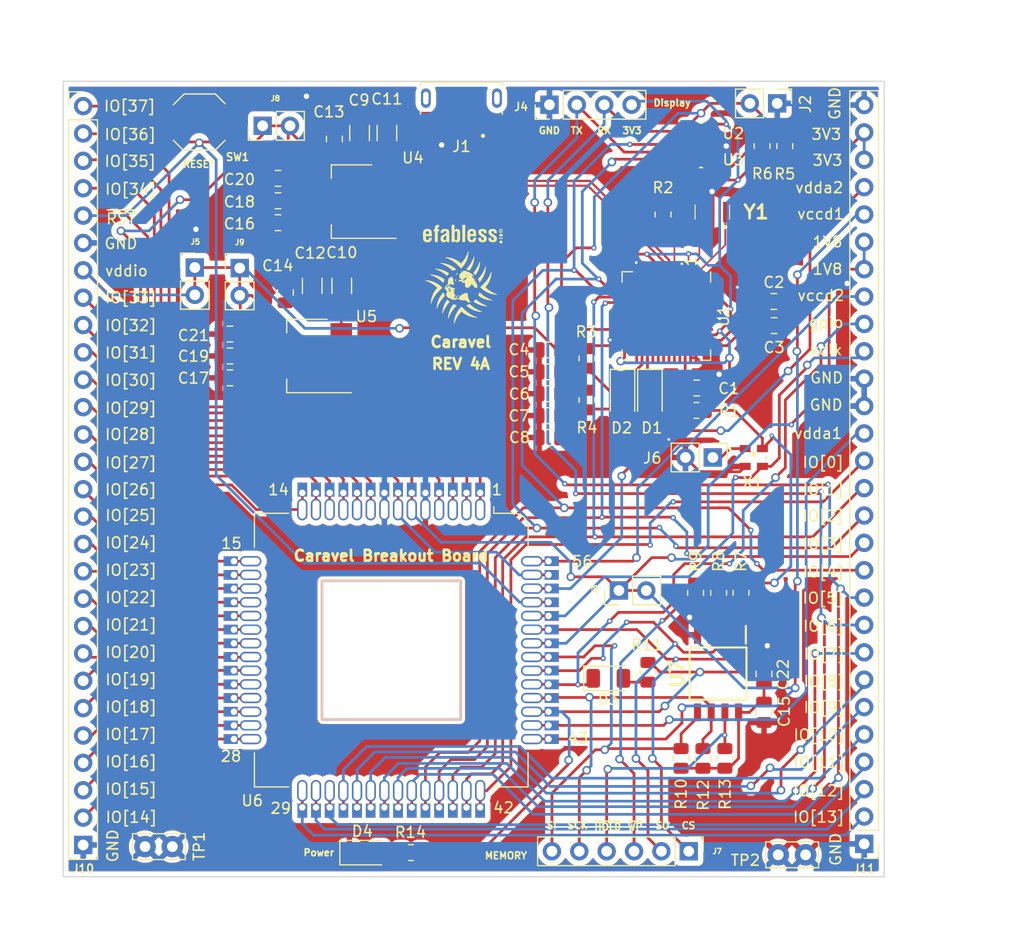
<source format=kicad_pcb>
(kicad_pcb (version 20211014) (generator pcbnew)
  (layers (0 "F.Cu" signal) (31 "B.Cu" signal) (34 "B.Paste" user) (35 "F.Paste" user) (36 "B.SilkS" user "B.Silkscreen") (37 "F.SilkS" user "F.Silkscreen") (38 "B.Mask" user) (39 "F.Mask" user) (44 "Edge.Cuts" user))
  (net 0 "")
  (net 1 "GND")
  (net 2 "Net-(C1-Pad2)")
  (net 3 "Net-(C2-Pad2)")
  (net 4 "Net-(C3-Pad2)")
  (net 5 "+5V")
  (net 6 "Net-(D1-Pad1)")
  (net 7 "Net-(D1-Pad2)")
  (net 8 "Net-(D2-Pad1)")
  (net 9 "Net-(D2-Pad2)")
  (net 10 "gpio")
  (net 11 "Net-(D3-Pad2)")
  (net 12 "FTDI_D-")
  (net 13 "FTDI_D+")
  (net 16 "UART_EN")
  (net 17 "xclk")
  (net 18 "vccd2")
  (net 19 "vdda2")
  (net 20 "vdda1")
  (net 21 "Net-(J6-Pad1)")
  (net 22 "Caravel_CSB")
  (net 23 "Caravel_D1")
  (net 24 "~{MEM_WP}")
  (net 25 "~{MEM_HOLD}")
  (net 26 "Caravel_D0")
  (net 27 "Caravel_SCK")
  (net 28 "Net-(R2-Pad2)")
  (net 29 "~{RST}")
  (net 30 "Net-(U1-Pad1)")
  (net 31 "Net-(U1-Pad2)")
  (net 32 "USB_SCK_TXD")
  (net 33 "USB_SO_RXD")
  (net 34 "USB_SI")
  (net 35 "USB_CS1")
  (net 50 "mprj_io[6]_ser_tx")
  (net 51 "mprj_io[5]_ser_rx")
  (net 52 "mprj_io[0]")
  (net 53 "mprj_io[7]")
  (net 54 "mprj_io[8]")
  (net 55 "mprj_io[9]")
  (net 56 "mprj_io[10]")
  (net 57 "mprj_io[11]")
  (net 58 "mprj_io[12]")
  (net 59 "mprj_io[13]")
  (net 60 "mprj_io[14]")
  (net 61 "mprj_io[15]")
  (net 62 "mprj_io[16]")
  (net 63 "mprj_io[17]")
  (net 64 "mprj_io[18]")
  (net 65 "mprj_io[19]")
  (net 66 "mprj_io[20]")
  (net 67 "mprj_io[21]")
  (net 68 "mprj_io[22]")
  (net 69 "mprj_io[23]")
  (net 70 "mprj_io[24]")
  (net 71 "mprj_io[25]")
  (net 72 "mprj_io[26]")
  (net 73 "mprj_io[27]")
  (net 74 "mprj_io[28]")
  (net 75 "mprj_io[29]")
  (net 76 "mprj_io[30]")
  (net 77 "mprj_io[31]")
  (net 78 "mprj_io[32]")
  (net 79 "mprj_io[33]")
  (net 80 "mprj_io[34]")
  (net 81 "mprj_io[35]")
  (net 82 "mprj_io[36]")
  (net 83 "mprj_io[37]")
  (net 84 "Net-(D4-Pad2)")
  (net 85 "vdda")
  (net 86 "vccd")
  (footprint "strive_foot_prints:FCI_10118193-0001LF" (layer "F.Cu") (at 136.96045 60.3177 180)
    (fp_text reference "J1")
    (fp_text value "USB_B_Micro - 10118193-0001LF")
  )
  (footprint "Package_TO_SOT_SMD:SOT-223" (layer "F.Cu") (at 122.6566 84.2518 180)
    (fp_text reference "U5")
    (fp_text value "AZ1117-3.3")
  )
  (footprint "LED_SMD:LED_1206_3216Metric" (layer "F.Cu") (at 150.59605 114.1749)
    (fp_text reference "D3")
    (fp_text value "LED - 17-215SURC/S530-A2/TR8")
  )
  (footprint "Capacitor_SMD:C_0805_2012Metric" (layer "F.Cu") (at 145.1254 83.693)
    (fp_text reference "C4")
    (fp_text value "0.1uf - CC0805KRX7R9BB104")
  )
  (footprint "strive_foot_prints:SOIC127P790X216-8N" (layer "F.Cu") (at 160.782 113.7344 -90)
    (fp_text reference "U7")
    (fp_text value "W25Q32FVSS" hide)
  )
  (footprint "Capacitor_SMD:C_1206_3216Metric" (layer "F.Cu") (at 123.1138 77.7494 -90)
    (fp_text reference "C12")
    (fp_text value "100uf - GRM31CR60J107ME39L")
  )
  (footprint "strive_foot_prints:SOT65P210X110-5N" (layer "F.Cu") (at 159.2072 63.3984)
    (fp_text reference "U2")
    (fp_text value "SN74LVC1G125DCKR")
  )
  (footprint "TestPoint:TestPoint_Bridge_Pitch2.54mm_Drill1.0mm" (layer "F.Cu") (at 110.1344 129.794 180)
    (fp_text reference "TP1")
    (fp_text value "TestPoint")
  )
  (footprint "Caravel_Board:ef_logo" (layer "F.Cu") (at 137.033 72.9488)
    (fp_text reference "T2" hide)
    (fp_text value "Logo" hide)
  )
  (footprint "Capacitor_SMD:C_0805_2012Metric" (layer "F.Cu") (at 145.1254 87.757)
    (fp_text reference "C6")
    (fp_text value "0.1uf - CC0805KRX7R9BB104")
  )
  (footprint "Capacitor_SMD:C_0805_2012Metric" (layer "F.Cu") (at 115.4836 86.2838)
    (fp_text reference "C17")
    (fp_text value "22uf - CC0805MKX5R5BB226")
  )
  (footprint "Connector_PinHeader_2.54mm:PinHeader_1x02_P2.54mm_Vertical" (layer "F.Cu") (at 112.2172 76.0426)
    (fp_text reference "J5")
    (fp_text value "Conn_01x02_Male")
  )
  (footprint "TestPoint:TestPoint_Bridge_Pitch2.54mm_Drill1.0mm" (layer "F.Cu") (at 168.91 130.556 180)
    (fp_text reference "TP2")
    (fp_text value "TestPoint")
  )
  (footprint "LED_SMD:LED_1206_3216Metric" (layer "F.Cu") (at 151.9174 87.7824 -90)
    (fp_text reference "D2")
    (fp_text value "LED - 17-215SURC/S530-A2/TR8")
  )
  (footprint "LED_SMD:LED_1206_3216Metric" (layer "F.Cu") (at 154.4574 87.7824 -90)
    (fp_text reference "D1")
    (fp_text value "LED - 17-215SURC/S530-A2/TR8")
  )
  (footprint "Connector_PinHeader_2.54mm:PinHeader_1x02_P2.54mm_Vertical" (layer "F.Cu") (at 166.2734 60.8076 -90)
    (fp_text reference "J2")
    (fp_text value "Conn_01x02_Female")
  )
  (footprint "Resistor_SMD:R_0805_2012Metric" (layer "F.Cu") (at 157.353 121.6084 -90)
    (fp_text reference "R10")
    (fp_text value "10k - RC0805FR-0710KL")
  )
  (footprint "Capacitor_SMD:C_0805_2012Metric" (layer "F.Cu") (at 165.0492 117.3226 90)
    (fp_text reference "C15")
    (fp_text value "0.1uf - CC0805KRX7R9BB104")
  )
  (footprint "Connector_PinHeader_2.54mm:PinHeader_1x04_P2.54mm_Vertical" (layer "F.Cu") (at 145.1356 60.9346 90)
    (fp_text reference "J4")
    (fp_text value "Conn_01x04_Female")
  )
  (footprint "Connector_PinHeader_2.54mm:PinHeader_1x06_P2.54mm_Vertical" (layer "F.Cu") (at 158.0642 130.2258 -90)
    (fp_text reference "J7")
    (fp_text value "Conn_01x06_Female")
  )
  (footprint "Capacitor_SMD:C_0805_2012Metric" (layer "F.Cu") (at 120.6246 78.359 -90)
    (fp_text reference "C14")
    (fp_text value "10uf - CC0805KKX5R8BB106")
  )
  (footprint "Resistor_SMD:R_0805_2012Metric" (layer "F.Cu") (at 132.2832 130.3528 180)
    (fp_text reference "R14")
    (fp_text value "82 - 0805W8F820JT5E")
  )
  (footprint "Resistor_SMD:R_0805_2012Metric" (layer "F.Cu") (at 166.9796 64.77 90)
    (fp_text reference "R5")
    (fp_text value "10k")
  )
  (footprint "Resistor_SMD:R_0805_2012Metric" (layer "F.Cu") (at 162.9156 106.2414 90)
    (fp_text reference "R7")
    (fp_text value "10k - RC0805FR-0710KL")
  )
  (footprint "Resistor_SMD:R_0805_2012Metric" (layer "F.Cu") (at 154.27905 113.6161 -90)
    (fp_text reference "R11")
    (fp_text value "82 - 0805W8F820JT5E")
  )
  (footprint "Resistor_SMD:R_0805_2012Metric" (layer "F.Cu") (at 164.8714 64.77 90)
    (fp_text reference "R6")
    (fp_text value "10k")
  )
  (footprint "Capacitor_SMD:C_0805_2012Metric" (layer "F.Cu") (at 145.1254 91.821)
    (fp_text reference "C8")
    (fp_text value "0.1uf - CC0805KRX7R9BB104")
  )
  (footprint "Capacitor_SMD:C_0805_2012Metric" (layer "F.Cu") (at 145.1254 85.725)
    (fp_text reference "C5")
    (fp_text value "0.1uf - CC0805KRX7R9BB104")
  )
  (footprint "strive_foot_prints:SW4-SMD-5.2X5.2X1.5MM" (layer "F.Cu") (at 112.6236 62.5348)
    (fp_text reference "SW1")
    (fp_text value "SW_Push - SKQGADE010")
  )
  (footprint "Resistor_SMD:R_0805_2012Metric" (layer "F.Cu") (at 160.8328 106.2414 90)
    (fp_text reference "R8")
    (fp_text value "10k - RC0805FR-0710KL")
  )
  (footprint "Resistor_SMD:R_0805_2012Metric" (layer "F.Cu") (at 161.417 121.6084 -90)
    (fp_text reference "R13")
    (fp_text value "10k - RC0805FR-0710KL")
  )
  (footprint "strive_foot_prints:DSC6001JE1A-010.0000" (layer "F.Cu") (at 164.10305 93.6752)
    (fp_text reference "X1")
    (fp_text value "DSC6001_10MHZ")
  )
  (footprint "Connector_PinHeader_2.54mm:PinHeader_1x28_P2.54mm_Vertical" (layer "F.Cu") (at 101.854 61.0616)
    (fp_text reference "J10")
    (fp_text value "Conn_01x27_Female")
  )
  (footprint "Resistor_SMD:R_0805_2012Metric" (layer "F.Cu") (at 158.7754 89.3064)
    (fp_text reference "R1")
    (fp_text value "10k - RC0805FR-0710KL")
  )
  (footprint "Capacitor_SMD:C_0805_2012Metric" (layer "F.Cu") (at 125.1712 64.1096 -90)
    (fp_text reference "C13")
    (fp_text value "10uf - CC0805KKX5R8BB106")
  )
  (footprint "Capacitor_SMD:C_0805_2012Metric" (layer "F.Cu") (at 165.0492 113.7598 90)
    (fp_text reference "C22")
    (fp_text value "0.1uf - CC0805KRX7R9BB104")
  )
  (footprint "Capacitor_SMD:C_0805_2012Metric" (layer "F.Cu") (at 115.4836 84.2518)
    (fp_text reference "C19")
    (fp_text value "10uf - CC0805KKX5R8BB106")
  )
  (footprint "Package_TO_SOT_SMD:SOT-223" (layer "F.Cu") (at 126.7972 69.9262 180)
    (fp_text reference "U4")
    (fp_text value "AZ1117CH-1.8TRG1")
  )
  (footprint "Capacitor_SMD:C_0805_2012Metric" (layer "F.Cu") (at 165.9636 79.1972 180)
    (fp_text reference "C2")
    (fp_text value "0.1uf - CC0805KRX7R9BB104")
  )
  (footprint "Capacitor_SMD:C_0805_2012Metric" (layer "F.Cu") (at 119.9392 67.7672)
    (fp_text reference "C20")
    (fp_text value "1uf")
  )
  (footprint "Capacitor_SMD:C_0805_2012Metric" (layer "F.Cu") (at 165.989 81.4324 180)
    (fp_text reference "C3")
    (fp_text value "0.1uf - CC0805KRX7R9BB104")
  )
  (footprint "Capacitor_SMD:C_0805_2012Metric" (layer "F.Cu") (at 119.9392 71.882)
    (fp_text reference "C16")
    (fp_text value "22uf - CC0805MKX5R5BB226")
  )
  (footprint "Resistor_SMD:R_0805_2012Metric" (layer "F.Cu") (at 148.6154 84.4804 90)
    (fp_text reference "R3")
    (fp_text value "150 - 0805W8J0151T5E")
  )
  (footprint "Resistor_SMD:R_0805_2012Metric" (layer "F.Cu") (at 148.6154 88.3412 90)
    (fp_text reference "R4")
    (fp_text value "150 - 0805W8J0151T5E")
  )
  (footprint "Connector_PinHeader_2.54mm:PinHeader_1x02_P2.54mm_Vertical" (layer "F.Cu") (at 160.29805 93.6752 -90)
    (fp_text reference "J6")
    (fp_text value "Conn_01x02_Male")
  )
  (footprint "Connector_PinHeader_2.54mm:PinHeader_1x02_P2.54mm_Vertical" (layer "F.Cu") (at 151.5822 106.0196 90)
    (fp_text reference "J3")
    (fp_text value "Conn_01x02_Male")
  )
  (footprint "Capacitor_SMD:C_1206_3216Metric" (layer "F.Cu") (at 127.508 63.5508 -90)
    (fp_text reference "C9")
    (fp_text value "100uf - GRM31CR60J107ME39L")
  )
  (footprint "Package_DFN_QFN:QFN-48-1EP_8x8mm_P0.5mm_EP6.2x6.2mm" (layer "F.Cu") (at 155.9814 80.5434 -90)
    (fp_text reference "U1")
    (fp_text value "FT232H")
  )
  (footprint "Capacitor_SMD:C_1206_3216Metric" (layer "F.Cu") (at 125.857 77.7494 -90)
    (fp_text reference "C10")
    (fp_text value "100uf - GRM31CR60J107ME39L")
  )
  (footprint "Connector_PinHeader_2.54mm:PinHeader_1x28_P2.54mm_Vertical" (layer "F.Cu") (at 174.3456 129.54 180)
    (fp_text reference "J11")
    (fp_text value "Conn_01x20_Female")
  )
  (footprint "strive_foot_prints:SOT65P210X110-5N" (layer "F.Cu") (at 159.2072 65.9892 180)
    (fp_text reference "U3")
    (fp_text value "SN74LVC1G125DCKR")
  )
  (footprint "Capacitor_SMD:C_0805_2012Metric" (layer "F.Cu") (at 158.8008 87.2236 180)
    (fp_text reference "C1")
    (fp_text value "0.01uf - CC0805JRX7R9BB103")
  )
  (footprint "LED_SMD:LED_1206_3216Metric" (layer "F.Cu") (at 127.9652 130.3528)
    (fp_text reference "D4")
    (fp_text value "LED - 17-215SURC/S530-A2/TR8")
  )
  (footprint "Capacitor_SMD:C_1206_3216Metric" (layer "F.Cu") (at 130.048 63.5508 -90)
    (fp_text reference "C11")
    (fp_text value "100uf - GRM31CR60J107ME39L")
  )
  (footprint "Capacitor_SMD:C_0805_2012Metric" (layer "F.Cu") (at 119.9392 69.85)
    (fp_text reference "C18")
    (fp_text value "10uf - CC0805KKX5R8BB106")
  )
  (footprint "Connector_PinHeader_2.54mm:PinHeader_1x02_P2.54mm_Vertical" (layer "F.Cu") (at 118.5114 62.8904 90)
    (fp_text reference "J8")
    (fp_text value "Conn_01x02_Male")
  )
  (footprint "strive_foot_prints:CSTNE12M0GH5L000R0" (layer "F.Cu") (at 160.2486 70.8914)
    (fp_text reference "Y1")
    (fp_text value "CSTNE12M0GH5L000R0" hide)
  )
  (footprint "Resistor_SMD:R_0805_2012Metric" (layer "F.Cu") (at 158.6992 106.2414 90)
    (fp_text reference "R9")
    (fp_text value "10k - RC0805FR-0710KL")
  )
  (footprint "Connector_PinHeader_2.54mm:PinHeader_1x02_P2.54mm_Vertical" (layer "F.Cu") (at 116.3828 76.0934)
    (fp_text reference "J9")
    (fp_text value "Conn_01x02_Male")
  )
  (footprint "Capacitor_SMD:C_0805_2012Metric" (layer "F.Cu") (at 145.1254 89.789)
    (fp_text reference "C7")
    (fp_text value "0.1uf - CC0805KRX7R9BB104")
  )
  (footprint "Resistor_SMD:R_0805_2012Metric" (layer "F.Cu") (at 159.385 121.6084 -90)
    (fp_text reference "R12")
    (fp_text value "10k - RC0805FR-0710KL")
  )
  (footprint "Caravel_Board:caravel_breakout_flexy_rev3D" (layer "F.Cu") (at 130.4544 111.5568 90)
    (fp_text reference "U6")
    (fp_text value "caravel_breakout")
    (fp_line (start -6.35 -6.35) (end 6.35 -6.35) (layer "Edge.Cuts") (width 0.12))
    (fp_line (start 6.35 -6.35) (end 6.35 6.35) (layer "Edge.Cuts") (width 0.12))
    (fp_line (start -6.35 6.35) (end -6.35 -6.35) (layer "Edge.Cuts") (width 0.12))
    (fp_line (start 6.35 6.35) (end -6.35 6.35) (layer "Edge.Cuts") (width 0.12))
  )
  (footprint "Caravel_Board:logo" (layer "F.Cu") (at 136.906 77.9018)
    (fp_text reference "T1" hide)
    (fp_text value "Logo" hide)
  )
  (footprint "Resistor_SMD:R_0805_2012Metric" (layer "F.Cu") (at 155.6766 71.12 -90)
    (fp_text reference "R2")
    (fp_text value "12K 1% - 0805W8F1202T5E")
  )
  (footprint "Capacitor_SMD:C_0805_2012Metric" (layer "F.Cu") (at 115.4836 82.2198)
    (fp_text reference "C21")
    (fp_text value "1uf")
  )
  (gr_line (start 136.9314 118.0338) (end 123.9774 118.0338) (layer "B.SilkS") (width 0.15))
  (gr_line (start 123.9774 118.0338) (end 123.9774 105.0798) (layer "B.SilkS") (width 0.15))
  (gr_line (start 123.9774 105.0798) (end 136.9314 105.0798) (layer "B.SilkS") (width 0.15))
  (gr_line (start 136.9314 105.0798) (end 136.9314 118.0338) (layer "B.SilkS") (width 0.15))
  (gr_line (start 136.9314 118.0338) (end 123.9774 118.0338) (layer "F.SilkS") (width 0.15))
  (gr_line (start 136.9314 105.0798) (end 136.9314 118.0338) (layer "F.SilkS") (width 0.15))
  (gr_line (start 123.9774 118.0338) (end 123.9774 105.0798) (layer "F.SilkS") (width 0.15))
  (gr_line (start 123.9774 105.0798) (end 136.9314 105.0798) (layer "F.SilkS") (width 0.15))
  (gr_rect (start 100 58.756) (end 176.2 132.588) (layer "Edge.Cuts") (width 0.1) (fill none))
  (gr_text "xclk" (at 170.815 83.693) (layer "F.SilkS") (effects (font (size 1 1))))
  (gr_text "vdda1" (at 170.0784 91.44) (layer "F.SilkS") (effects (font (size 1 1))))
  (gr_text "IO[19]" (at 106.299 114.3) (layer "F.SilkS") (effects (font (size 1 1))))
  (gr_text "CS" (at 158.0388 127.8382) (layer "F.SilkS") (effects (font (size 0.635 0.635))))
  (gr_text "SO" (at 155.6258 127.8382) (layer "F.SilkS") (effects (font (size 0.635 0.635))))
  (gr_text "IO[5]" (at 170.5356 106.7308) (layer "F.SilkS") (effects (font (size 1 1))))
  (gr_text "IO[26]" (at 106.2736 96.6724) (layer "F.SilkS") (effects (font (size 1 1))))
  (gr_text "56" (at 148.1836 103.3272) (layer "F.SilkS") (effects (font (size 1 1))))
  (gr_text "IO[34]" (at 106.2736 68.7832) (layer "F.SilkS") (effects (font (size 1 1))))
  (gr_text "42" (at 140.8684 126.1872) (layer "F.SilkS") (effects (font (size 1 1))))
  (gr_text "IO[7]" (at 170.6372 111.9124) (layer "F.SilkS") (effects (font (size 1 1))))
  (gr_text "28" (at 115.57 121.412) (layer "F.SilkS") (effects (font (size 1 1))))
  (gr_text "IO[2]" (at 170.5356 99.1108) (layer "F.SilkS") (effects (font (size 1 1))))
  (gr_text "IO[0]" (at 170.5356 94.1324) (layer "F.SilkS") (effects (font (size 1 1))))
  (gr_text "gpio" (at 170.815 81.1276) (layer "F.SilkS") (effects (font (size 1 1))))
  (gr_text "14" (at 119.9896 96.6724) (layer "F.SilkS") (effects (font (size 1 1))))
  (gr_text "IO[23]" (at 106.299 104.14) (layer "F.SilkS") (effects (font (size 1 1))))
  (gr_text "IO[4]" (at 170.561 104.2924) (layer "F.SilkS") (effects (font (size 1 1))))
  (gr_text "SCK" (at 147.7518 127.8382) (layer "F.SilkS") (effects (font (size 0.635 0.635))))
  (gr_text "IO[13]" (at 170.1292 127.0508) (layer "F.SilkS") (effects (font (size 1 1))))
  (gr_text "vdda2" (at 170.18 68.6308) (layer "F.SilkS") (effects (font (size 1 1))))
  (gr_text "IO[33]" (at 106.2736 78.8416) (layer "F.SilkS") (effects (font (size 1 1))))
  (gr_text "GND" (at 171.6278 60.8076 90) (layer "F.SilkS") (effects (font (size 1 1))))
  (gr_text "IO[37]" (at 106.172 61.0616) (layer "F.SilkS") (effects (font (size 1 1))))
  (gr_text "REV 4A" (at 136.906 84.9884) (layer "F.SilkS") (effects (font (size 1 1) (thickness 0.25))))
  (gr_text "IO[20]" (at 106.299 111.76) (layer "F.SilkS") (effects (font (size 1 1))))
  (gr_text "1\n" (at 158.2674 75.4634 90) (layer "F.SilkS") (effects (font (size 1 1))))
  (gr_text "GND" (at 145.1256 63.3286) (layer "F.SilkS") (effects (font (size 0.635 0.635))))
  (gr_text "3V3" (at 170.8404 63.6778) (layer "F.SilkS") (effects (font (size 1 1))))
  (gr_text "43" (at 147.7772 119.7356) (layer "F.SilkS") (effects (font (size 1 1))))
  (gr_text "IO[10]" (at 170.18 119.4308) (layer "F.SilkS") (effects (font (size 1 1))))
  (gr_text "IO[32]" (at 106.2736 81.4324) (layer "F.SilkS") (effects (font (size 1 1))))
  (gr_text "29" (at 120.1928 126.238) (layer "F.SilkS") (effects (font (size 1 1))))
  (gr_text "GND" (at 105.3592 73.8124) (layer "F.SilkS") (effects (font (size 1 1))))
  (gr_text "IO[8]" (at 170.6372 114.4524) (layer "F.SilkS") (effects (font (size 1 1))))
  (gr_text "IO[18]" (at 106.299 116.84) (layer "F.SilkS") (effects (font (size 1 1))))
  (gr_text "15" (at 115.6208 101.6508) (layer "F.SilkS") (effects (font (size 1 1))))
  (gr_text "~{WP}" (at 153.0858 127.9652) (layer "F.SilkS") (effects (font (size 0.635 0.635))))
  (gr_text "IO[35]" (at 106.2228 66.1924) (layer "F.SilkS") (effects (font (size 1 1))))
  (gr_text "1V8" (at 170.942 76.2) (layer "F.SilkS") (effects (font (size 1 1))))
  (gr_text "IO[24]" (at 106.299 101.6) (layer "F.SilkS") (effects (font (size 1 1))))
  (gr_text "MEMORY" (at 141.097 130.6322) (layer "F.SilkS") (effects (font (size 0.635 0.635))))
  (gr_text "GND" (at 104.5972 129.7178 90) (layer "F.SilkS") (effects (font (size 1 1))))
  (gr_text "3V3" (at 152.7936 63.3286) (layer "F.SilkS") (effects (font (size 0.635 0.635))))
  (gr_text "IO[1]" (at 170.561 96.6724) (layer "F.SilkS") (effects (font (size 1 1))))
  (gr_text "IO[6]" (at 170.5864 109.3216) (layer "F.SilkS") (effects (font (size 1 1))))
  (gr_text "IO[29]" (at 106.2736 89.1032) (layer "F.SilkS") (effects (font (size 1 1))))
  (gr_text "IO[22]" (at 106.299 106.68) (layer "F.SilkS") (effects (font (size 1 1))))
  (gr_text "Power" (at 123.7234 130.3528) (layer "F.SilkS") (effects (font (size 0.635 0.635))))
  (gr_text "GND" (at 170.815 88.7984) (layer "F.SilkS") (effects (font (size 1 1))))
  (gr_text "IO[12]" (at 170.1292 124.6124) (layer "F.SilkS") (effects (font (size 1 1))))
  (gr_text "IO[11]" (at 170.18 121.9708) (layer "F.SilkS") (effects (font (size 1 1))))
  (gr_text "IO[30]" (at 106.2736 86.5124) (layer "F.SilkS") (effects (font (size 1 1))))
  (gr_text "RX" (at 150.2056 63.3286) (layer "F.SilkS") (effects (font (size 0.635 0.635))))
  (gr_text "IO[27]" (at 106.2736 94.1832) (layer "F.SilkS") (effects (font (size 1 1))))
  (gr_text "~{RST}" (at 105.3592 71.5264) (layer "F.SilkS") (effects (font (size 1 1))))
  (gr_text "IO[9]" (at 170.6372 116.8908) (layer "F.SilkS") (effects (font (size 1 1))))
  (gr_text "IO[25]" (at 106.299 99.06) (layer "F.SilkS") (effects (font (size 1 1))))
  (gr_text "IO[17]" (at 106.299 119.38) (layer "F.SilkS") (effects (font (size 1 1))))
  (gr_text "IO[21]" (at 106.299 109.22) (layer "F.SilkS") (effects (font (size 1 1))))
  (gr_text "IO[31]" (at 106.2736 83.9724) (layer "F.SilkS") (effects (font (size 1 1))))
  (gr_text "IO[36]" (at 106.2228 63.7032) (layer "F.SilkS") (effects (font (size 1 1))))
  (gr_text "1V8" (at 170.942 73.66) (layer "F.SilkS") (effects (font (size 1 1))))
  (gr_text "GND" (at 171.704 130.048 90) (layer "F.SilkS") (effects (font (size 1 1))))
  (gr_text "SI" (at 145.3388 127.8382) (layer "F.SilkS") (effects (font (size 0.635 0.635))))
  (gr_text "IO[14]" (at 106.3244 127.0762) (layer "F.SilkS") (effects (font (size 1 1))))
  (gr_text "GND" (at 170.8658 86.2838) (layer "F.SilkS") (effects (font (size 1 1))))
  (gr_text "IO[15]" (at 106.299 124.46) (layer "F.SilkS") (effects (font (size 1 1))))
  (gr_text "vddio" (at 105.8672 76.3524) (layer "F.SilkS") (effects (font (size 1 1))))
  (gr_text "Display\n" (at 156.5148 60.7568) (layer "F.SilkS") (effects (font (size 0.635 0.635))))
  (gr_text "IO[3]" (at 170.561 101.7016) (layer "F.SilkS") (effects (font (size 1 1))))
  (gr_text "~{HOLD}" (at 150.5458 127.9652) (layer "F.SilkS") (effects (font (size 0.635 0.635))))
  (gr_text "vccd2" (at 170.3324 78.6384) (layer "F.SilkS") (effects (font (size 1 1))))
  (gr_text "IO[16]" (at 106.299 121.92) (layer "F.SilkS") (effects (font (size 1 1))))
  (gr_text "Caravel" (at 136.906 82.9564) (layer "F.SilkS") (effects (font (size 1 1) (thickness 0.25))))
  (gr_text "vccd1" (at 170.307 71.0692) (layer "F.SilkS") (effects (font (size 1 1))))
  (gr_text "1\n" (at 140.2588 96.6724) (layer "F.SilkS") (effects (font (size 1 1))))
  (gr_text "RESET" (at 112.5728 66.4464) (layer "F.SilkS") (effects (font (size 0.635 0.635))))
  (gr_text "IO[28]" (at 106.2736 91.5416) (layer "F.SilkS") (effects (font (size 1 1))))
  (gr_text "3V3" (at 170.942 66.0908) (layer "F.SilkS") (effects (font (size 1 1))))
  (gr_text "TX" (at 147.6656 63.3286) (layer "F.SilkS") (effects (font (size 0.635 0.635))))
  (gr_text "Caravel Breakout Board" (at 130.429 102.7938) (layer "F.SilkS") (effects (font (size 1 1) (thickness 0.25))))
  (segment (start 144.1754 85.725) (end 144.1754 87.757) (width 0.254) (layer "F.Cu") (net 1))
  (segment (start 144.1754 87.757) (end 144.1754 89.789) (width 0.254) (layer "F.Cu") (net 1))
  (segment (start 158.877 110.1344) (end 158.877 109.2454) (width 0.254) (layer "F.Cu") (net 1))
  (segment (start 150.7744 82.7645) (end 150.8033 82.7934) (width 0.254) (layer "F.Cu") (net 1))
  (segment (start 121.9792 77.409) (end 123.1138 76.2744) (width 0.254) (layer "F.Cu") (net 1))
  (segment (start 133.6224 98.5068) (end 133.6224 96.9568) (width 0.254) (layer "F.Cu") (net 1))
  (segment (start 159.8564 78.2934) (end 159.8564 77.7934) (width 0.254) (layer "F.Cu") (net 1))
  (segment (start 159.7508 87.2236) (end 159.7508 85.3813) (width 0.254) (layer "F.Cu") (net 1))
  (segment (start 144.1754 91.821) (end 144.1754 89.789) (width 0.254) (layer "F.Cu") (net 1))
  (segment (start 123.1138 76.2744) (end 125.857 76.2744) (width 0.254) (layer "F.Cu") (net 1))
  (segment (start 153.1874 75.5904) (end 153.9494 75.5904) (width 0.254) (layer "F.Cu") (net 1))
  (segment (start 158.2314 84.4184) (end 158.7314 84.4184) (width 0.254) (layer "F.Cu") (net 1))
  (segment (start 154.7314 76.6684) (end 154.2314 76.6684) (width 0.254) (layer "F.Cu") (net 1))
  (segment (start 159.004 64.0588) (end 159.6136 63.4492) (width 0.254) (layer "F.Cu") (net 1))
  (segment (start 158.877 109.2454) (end 158.1404 108.5088) (width 0.254) (layer "F.Cu") (net 1))
  (segment (start 118.9892 71.882) (end 118.9892 69.85) (width 0.254) (layer "F.Cu") (net 1))
  (segment (start 150.8033 82.7934) (end 151.7254 82.7934) (width 0.254) (layer "F.Cu") (net 1))
  (segment (start 159.8564 81.2934) (end 159.8564 80.7934) (width 0.254) (layer "F.Cu") (net 1))
  (segment (start 161.2714 77.7934) (end 159.4754 77.7934) (width 0.254) (layer "F.Cu") (net 1))
  (segment (start 159.8564 80.7934) (end 160.9304 80.7934) (width 0.254) (layer "F.Cu") (net 1))
  (segment (start 161.544 64.1604) (end 161.544 64.77) (width 0.254) (layer "F.Cu") (net 1))
  (segment (start 144.1754 83.693) (end 144.1754 85.725) (width 0.254) (layer "F.Cu") (net 1))
  (segment (start 135.66045 62.9927) (end 135.66045 64.13595) (width 0.254) (layer "F.Cu") (net 1))
  (segment (start 159.07885 94.996) (end 157.75805 93.6752) (width 0.254) (layer "F.Cu") (net 1))
  (segment (start 159.7508 85.3813) (end 158.7879 84.4184) (width 0.254) (layer "F.Cu") (net 1))
  (segment (start 153.7314 76.6684) (end 154.2314 76.6684) (width 0.254) (layer "F.Cu") (net 1))
  (segment (start 158.1658 64.0588) (end 159.004 64.0588) (width 0.254) (layer "F.Cu") (net 1))
  (segment (start 118.9384 67.818) (end 118.9892 67.7672) (width 0.254) (layer "F.Cu") (net 1))
  (segment (start 160.2486 65.3288) (end 160.9852 65.3288) (width 0.254) (layer "F.Cu") (net 1))
  (segment (start 160.9304 80.7934) (end 160.9344 80.7974) (width 0.254) (layer "F.Cu") (net 1))
  (segment (start 152.1064 82.2934) (end 152.1064 82.7934) (width 0.254) (layer "F.Cu") (net 1))
  (segment (start 135.66045 64.13595) (end 135.128 64.6684) (width 0.254) (layer "F.Cu") (net 1))
  (segment (start 157.2314 75.88347) (end 157.2314 76.6684) (width 0.1524) (layer "F.Cu") (net 1))
  (segment (start 162.5854 77.8764) (end 162.5024 77.7934) (width 0.254) (layer "F.Cu") (net 1))
  (segment (start 154.2314 75.8724) (end 154.2314 76.6684) (width 0.254) (layer "F.Cu") (net 1))
  (segment (start 157.2314 75.88347) (end 157.414826 75.700044) (width 0.1524) (layer "F.Cu") (net 1))
  (segment (start 163.30295 94.5007) (end 162.80765 94.996) (width 0.254) (layer "F.Cu") (net 1))
  (segment (start 129.8194 97.2998) (end 129.8194 98.8498) (width 0.254) (layer "F.Cu") (net 1))
  (segment (start 159.6136 63.4492) (end 160.8328 63.4492) (width 0.254) (layer "F.Cu") (net 1))
  (segment (start 160.2486 70.8914) (end 160.2486 69.0118) (width 0.254) (layer "F.Cu") (net 1))
  (segment (start 160.8328 63.4492) (end 161.544 64.1604) (width 0.254) (layer "F.Cu") (net 1))
  (segment (start 160.2486 69.0118) (end 160.2232 68.9864) (width 0.254) (layer "F.Cu") (net 1))
  (segment (start 160.9852 65.3288) (end 161.544 64.77) (width 0.254) (layer "F.Cu") (net 1))
  (segment (start 166.9136 81.2292) (end 166.9136 79.1972) (width 0.254) (layer "F.Cu") (net 1))
  (segment (start 120.6246 77.409) (end 121.9792 77.409) (width 0.254) (layer "F.Cu") (net 1))
  (segment (start 162.5024 77.7934) (end 161.2714 77.7934) (width 0.254) (layer "F.Cu") (net 1))
  (segment (start 162.80765 94.996) (end 159.07885 94.996) (width 0.254) (layer "F.Cu") (net 1))
  (segment (start 118.9892 67.7672) (end 118.9892 69.85) (width 0.254) (layer "F.Cu") (net 1))
  (segment (start 153.9494 75.5904) (end 154.2314 75.8724) (width 0.254) (layer "F.Cu") (net 1))
  (via (at 165.354 111.1504) (size 0.8) (drill 0.5) (layers "F.Cu" "B.Cu") (net 1))
  (via (at 150.7744 82.7645) (size 0.5) (drill 0.25) (layers "F.Cu" "B.Cu") (net 1))
  (via (at 172.7708 77.5208) (size 0.8) (drill 0.5) (layers "F.Cu" "B.Cu") (net 1))
  (via (at 160.8836 85.9536) (size 0.8) (drill 0.5) (layers "F.Cu" "B.Cu") (net 1))
  (via (at 156.21 91.9988) (size 0.5) (drill 0.25) (layers "F.Cu" "B.Cu") (net 1))
  (via (at 161.544 64.77) (size 0.8) (drill 0.5) (layers "F.Cu" "B.Cu") (net 1))
  (via (at 112.3188 72.4916) (size 0.8) (drill 0.5) (layers "F.Cu" "B.Cu") (net 1))
  (via (at 122.5804 60.1472) (size 0.8) (drill 0.5) (layers "F.Cu" "B.Cu") (net 1))
  (via (at 153.1874 75.5904) (size 0.5) (drill 0.25) (layers "F.Cu" "B.Cu") (net 1))
  (via (at 158.1404 108.5088) (size 0.8) (drill 0.5) (layers "F.Cu" "B.Cu") (net 1))
  (via (at 162.5854 77.8764) (size 0.5) (drill 0.25) (layers "F.Cu" "B.Cu") (net 1))
  (via (at 160.9344 80.7974) (size 0.5) (drill 0.25) (layers "F.Cu" "B.Cu") (net 1))
  (via (at 160.2232 68.9864) (size 0.8) (drill 0.5) (layers "F.Cu" "B.Cu") (net 1))
  (via (at 157.414826 75.700044) (size 0.5) (drill 0.25) (layers "F.Cu" "B.Cu") (net 1))
  (via (at 135.128 64.6684) (size 0.8) (drill 0.5) (layers "F.Cu" "B.Cu") (net 1))
  (segment (start 162.5854 77.8764) (end 162.5854 80.1624) (width 0.254) (layer "B.Cu") (net 1))
  (segment (start 157.305182 75.5904) (end 153.406688 75.5904) (width 0.254) (layer "B.Cu") (net 1))
  (segment (start 153.406688 75.5904) (end 153.297044 75.700044) (width 0.254) (layer "B.Cu") (net 1))
  (segment (start 174.3456 89.0524) (end 174.3456 89.0016) (width 0.254) (layer "B.Cu") (net 1))
  (segment (start 157.414826 75.700044) (end 157.305182 75.5904) (width 0.254) (layer "B.Cu") (net 1))
  (segment (start 161.9504 80.7974) (end 160.9344 80.7974) (width 0.254) (layer "B.Cu") (net 1))
  (segment (start 153.297044 75.700044) (end 153.1874 75.5904) (width 0.1524) (layer "B.Cu") (net 1))
  (segment (start 162.5854 80.1624) (end 161.9504 80.7974) (width 0.254) (layer "B.Cu") (net 1))
  (segment (start 157.8629 89.3064) (end 157.8629 87.2357) (width 0.254) (layer "F.Cu") (net 2))
  (segment (start 157.7314 87.1042) (end 157.8508 87.2236) (width 0.254) (layer "F.Cu") (net 2))
  (segment (start 157.8629 87.2357) (end 157.8508 87.2236) (width 0.254) (layer "F.Cu") (net 2))
  (segment (start 157.7314 84.4184) (end 157.7314 87.1042) (width 0.254) (layer "F.Cu") (net 2))
  (segment (start 164.6936 79.1972) (end 165.0136 79.1972) (width 0.254) (layer "F.Cu") (net 3))
  (segment (start 159.4754 82.7934) (end 161.0974 82.7934) (width 0.254) (layer "F.Cu") (net 3))
  (segment (start 161.0974 82.7934) (end 164.6936 79.1972) (width 0.254) (layer "F.Cu") (net 3))
  (segment (start 163.4744 81.4324) (end 164.8104 81.4324) (width 0.254) (layer "F.Cu") (net 4))
  (segment (start 161.6134 83.2934) (end 163.4744 81.4324) (width 0.254) (layer "F.Cu") (net 4))
  (segment (start 159.4754 83.2934) (end 161.6134 83.2934) (width 0.254) (layer "F.Cu") (net 4))
  (segment (start 130.048 64.422328) (end 130.048 64.5428) (width 0.254) (layer "F.Cu") (net 5))
  (segment (start 129.9472 64.6444) (end 130.0484 64.5432) (width 0.254) (layer "F.Cu") (net 5))
  (segment (start 129.9472 67.6262) (end 129.9472 64.6444) (width 0.254) (layer "F.Cu") (net 5))
  (segment (start 123.1138 79.2244) (end 125.857 79.2244) (width 0.254) (layer "F.Cu") (net 5))
  (segment (start 130.415 67.6262) (end 129.9472 67.6262) (width 0.254) (layer "F.Cu") (net 5))
  (segment (start 132.748328 61.722) (end 130.048 64.422328) (width 0.254) (layer "F.Cu") (net 5))
  (segment (start 127.5084 65.024) (end 130.0484 65.024) (width 0.254) (layer "F.Cu") (net 5))
  (segment (start 125.857 79.2244) (end 127.4808 79.2244) (width 0.254) (layer "F.Cu") (net 5))
  (segment (start 120.6246 79.309) (end 123.0292 79.309) (width 0.254) (layer "F.Cu") (net 5))
  (segment (start 127.4808 79.2244) (end 132.08 74.6252) (width 0.254) (layer "F.Cu") (net 5))
  (segment (start 138.0998 61.722) (end 132.748328 61.722) (width 0.254) (layer "F.Cu") (net 5))
  (segment (start 130.048 64.5428) (end 130.0484 64.5432) (width 0.254) (layer "F.Cu") (net 5))
  (segment (start 138.26045 62.9927) (end 138.26045 61.88265) (width 0.254) (layer "F.Cu") (net 5))
  (segment (start 138.26045 61.88265) (end 138.0998 61.722) (width 0.254) (layer "F.Cu") (net 5))
  (segment (start 132.08 74.6252) (end 132.08 69.2912) (width 0.254) (layer "F.Cu") (net 5))
  (segment (start 132.08 69.2912) (end 130.415 67.6262) (width 0.254) (layer "F.Cu") (net 5))
  (segment (start 125.1881 65.024) (end 127.4911 65.024) (width 0.254) (layer "F.Cu") (net 5))
  (segment (start 123.0292 79.309) (end 123.1138 79.2244) (width 0.254) (layer "F.Cu") (net 5))
  (segment (start 130.1736 64.6684) (end 130.0484 64.5432) (width 0.254) (layer "F.Cu") (net 5))
  (segment (start 125.8066 81.9518) (end 125.8066 79.2748) (width 0.254) (layer "F.Cu") (net 5))
  (segment (start 125.8066 79.2748) (end 125.857 79.2244) (width 0.254) (layer "F.Cu") (net 5))
  (segment (start 154.2314 84.4184) (end 154.2314 85.9024) (width 0.254) (layer "F.Cu") (net 6))
  (segment (start 154.2314 85.9024) (end 154.4574 86.1284) (width 0.254) (layer "F.Cu") (net 6))
  (segment (start 151.0049 87.7824) (end 148.6154 85.3929) (width 0.254) (layer "F.Cu") (net 7))
  (segment (start 153.0574 87.7824) (end 151.0049 87.7824) (width 0.254) (layer "F.Cu") (net 7))
  (segment (start 154.4574 89.1824) (end 153.0574 87.7824) (width 0.254) (layer "F.Cu") (net 7))
  (segment (start 153.7314 85.029398) (end 152.378398 86.3824) (width 0.254) (layer "F.Cu") (net 8))
  (segment (start 153.7314 84.4184) (end 153.7314 85.029398) (width 0.254) (layer "F.Cu") (net 8))
  (segment (start 152.378398 86.3824) (end 151.9174 86.3824) (width 0.254) (layer "F.Cu") (net 8))
  (segment (start 148.59 89.2791) (end 148.6867 89.1824) (width 0.254) (layer "F.Cu") (net 9))
  (segment (start 148.6867 89.1824) (end 151.9174 89.1824) (width 0.254) (layer "F.Cu") (net 9))
  (segment (start 156.6672 107.0864) (end 156.6672 106.2228) (width 0.254) (layer "F.Cu") (net 10))
  (segment (start 156.6672 104.5464) (end 157.5816 103.632) (width 0.254) (layer "F.Cu") (net 10))
  (segment (start 151.5364 108.0516) (end 155.702 108.0516) (width 0.254) (layer "F.Cu") (net 10))
  (segment (start 147.7772 114.7572) (end 145.0698 114.7572) (width 0.254) (layer "F.Cu") (net 10))
  (segment (start 157.6832 103.5304) (end 161.8488 103.5304) (width 0.254) (layer "F.Cu") (net 10))
  (segment (start 148.61375 114.7572) (end 147.7772 114.7572) (width 0.254) (layer "F.Cu") (net 10))
  (segment (start 170.3324 85.0392) (end 170.3324 83.3628) (width 0.254) (layer "F.Cu") (net 10))
  (segment (start 167.0304 94.6219) (end 167.0304 88.3412) (width 0.254) (layer "F.Cu") (net 10))
  (segment (start 157.5816 103.632) (end 157.6832 103.5304) (width 0.254) (layer "F.Cu") (net 10))
  (segment (start 156.6672 106.2228) (end 156.6672 104.5464) (width 0.254) (layer "F.Cu") (net 10))
  (segment (start 166.116 95.5363) (end 167.0304 94.6219) (width 0.254) (layer "F.Cu") (net 10))
  (segment (start 155.702 108.0516) (end 156.6672 107.0864) (width 0.254) (layer "F.Cu") (net 10))
  (segment (start 167.0304 88.3412) (end 170.3324 85.0392) (width 0.254) (layer "F.Cu") (net 10))
  (segment (start 144.7044 114.7248) (end 143.1544 114.7248) (width 0.254) (layer "F.Cu") (net 10))
  (segment (start 150.7236 108.8644) (end 151.5364 108.0516) (width 0.254) (layer "F.Cu") (net 10))
  (segment (start 149.19605 114.1749) (end 148.61375 114.7572) (width 0.254) (layer "F.Cu") (net 10))
  (via (at 166.116 95.5363) (size 0.8) (drill 0.5) (layers "F.Cu" "B.Cu") (net 10))
  (via (at 150.7236 108.8644) (size 0.5) (drill 0.25) (layers "F.Cu" "B.Cu") (net 10))
  (via (at 147.7772 114.7572) (size 0.5) (drill 0.25) (layers "F.Cu" "B.Cu") (net 10))
  (via (at 161.8488 103.5304) (size 0.5) (drill 0.25) (layers "F.Cu" "B.Cu") (net 10))
  (via (at 170.3324 83.3628) (size 0.8) (drill 0.5) (layers "F.Cu" "B.Cu") (net 10))
  (segment (start 147.7772 114.7572) (end 147.7772 111.8108) (width 0.254) (layer "B.Cu") (net 10))
  (segment (start 166.116 95.6056) (end 163.1188 98.6028) (width 0.254) (layer "B.Cu") (net 10))
  (segment (start 147.7772 111.8108) (end 150.7236 108.8644) (width 0.254) (layer "B.Cu") (net 10))
  (segment (start 172.4152 81.28) (end 174.3456 81.28) (width 0.254) (layer "B.Cu") (net 10))
  (segment (start 166.116 95.5363) (end 166.116 95.6056) (width 0.254) (layer "B.Cu") (net 10))
  (segment (start 163.1188 98.6028) (end 163.1188 102.2604) (width 0.254) (layer "B.Cu") (net 10))
  (segment (start 163.1188 102.2604) (end 161.8488 103.5304) (width 0.254) (layer "B.Cu") (net 10))
  (segment (start 170.3324 83.3628) (end 172.4152 81.28) (width 0.254) (layer "B.Cu") (net 10))
  (segment (start 154.27905 114.5286) (end 152.34975 114.5286) (width 0.254) (layer "F.Cu") (net 11))
  (segment (start 138.967 67.9994) (end 137.61045 66.64285) (width 0.2) (layer "F.Cu") (net 12))
  (segment (start 156.2314 76.6684) (end 156.2354 76.6644) (width 0.2) (layer "F.Cu") (net 12))
  (segment (start 137.61045 66.64285) (end 137.61045 62.9927) (width 0.2) (layer "F.Cu") (net 12))
  (segment (start 148.8864 67.9994) (end 138.967 67.9994) (width 0.2) (layer "F.Cu") (net 12))
  (segment (start 156.2354 75.3484) (end 148.8864 67.9994) (width 0.2) (layer "F.Cu") (net 12))
  (segment (start 156.2354 76.6644) (end 156.2354 75.3484) (width 0.2) (layer "F.Cu") (net 12))
  (segment (start 136.96045 62.9927) (end 136.96045 66.66665) (width 0.2) (layer "F.Cu") (net 13))
  (segment (start 155.7314 75.4808) (end 155.7314 76.6684) (width 0.2) (layer "F.Cu") (net 13))
  (segment (start 136.96045 66.66665) (end 138.7432 68.4494) (width 0.2) (layer "F.Cu") (net 13))
  (segment (start 148.7 68.4494) (end 155.7314 75.4808) (width 0.2) (layer "F.Cu") (net 13))
  (segment (start 138.7432 68.4494) (end 148.7 68.4494) (width 0.2) (layer "F.Cu") (net 13))
  (segment (start 160.2486 66.6496) (end 162.0793 66.6496) (width 0.254) (layer "F.Cu") (net 16))
  (segment (start 164.8714 61.9456) (end 164.8714 63.8575) (width 0.254) (layer "F.Cu") (net 16))
  (segment (start 166.9796 63.8575) (end 164.8714 63.8575) (width 0.254) (layer "F.Cu") (net 16))
  (segment (start 162.0793 66.6496) (end 164.8714 63.8575) (width 0.254) (layer "F.Cu") (net 16))
  (segment (start 146.2532 80.1624) (end 147.8842 81.7934) (width 0.254) (layer "F.Cu") (net 16))
  (segment (start 147.8842 81.7934) (end 151.7254 81.7934) (width 0.254) (layer "F.Cu") (net 16))
  (segment (start 146.2532 75.5904) (end 146.2532 80.1624) (width 0.254) (layer "F.Cu") (net 16))
  (segment (start 149.2504 74.2188) (end 147.6248 74.2188) (width 0.254) (layer "F.Cu") (net 16))
  (segment (start 163.7334 60.8076) (end 164.8714 61.9456) (width 0.254) (layer "F.Cu") (net 16))
  (segment (start 158.1658 62.738) (end 160.0962 60.8076) (width 0.254) (layer "F.Cu") (net 16))
  (segment (start 147.6248 74.2188) (end 146.2532 75.5904) (width 0.254) (layer "F.Cu") (net 16))
  (segment (start 160.0962 60.8076) (end 163.7334 60.8076) (width 0.254) (layer "F.Cu") (net 16))
  (via (at 149.2504 74.2188) (size 0.5) (drill 0.25) (layers "F.Cu" "B.Cu") (net 16))
  (via (at 159.2072 61.722) (size 0.8) (drill 0.5) (layers "F.Cu" "B.Cu") (net 16))
  (segment (start 157.0736 61.722) (end 159.2072 61.722) (width 0.254) (layer "B.Cu") (net 16))
  (segment (start 149.3012 74.168) (end 149.3012 69.4944) (width 0.254) (layer "B.Cu") (net 16))
  (segment (start 149.3012 69.4944) (end 157.0736 61.722) (width 0.254) (layer "B.Cu") (net 16))
  (segment (start 149.2504 74.2188) (end 149.3012 74.168) (width 0.254) (layer "B.Cu") (net 16))
  (segment (start 162.4076 95.5363) (end 163.86755 95.5363) (width 0.254) (layer "F.Cu") (net 17))
  (segment (start 163.86755 95.5363) (end 164.90315 94.5007) (width 0.254) (layer "F.Cu") (net 17))
  (segment (start 166.4716 93.726) (end 165.6969 94.5007) (width 0.254) (layer "F.Cu") (net 17))
  (segment (start 144.7044 108.3748) (end 143.1544 108.3748) (width 0.254) (layer "F.Cu") (net 17))
  (segment (start 166.4716 87.884) (end 166.4716 93.726) (width 0.254) (layer "F.Cu") (net 17))
  (segment (start 169.0624 85.2932) (end 166.4716 87.884) (width 0.254) (layer "F.Cu") (net 17))
  (segment (start 165.6969 94.5007) (end 164.90315 94.5007) (width 0.254) (layer "F.Cu") (net 17))
  (segment (start 169.0624 85.09) (end 169.0624 85.2932) (width 0.254) (layer "F.Cu") (net 17))
  (via (at 162.4076 95.5363) (size 0.5) (drill 0.25) (layers "F.Cu" "B.Cu") (net 17))
  (via (at 169.0624 85.09) (size 0.8) (drill 0.5) (layers "F.Cu" "B.Cu") (net 17))
  (segment (start 162.1536 100.6856) (end 158.0896 104.7496) (width 0.254) (layer "B.Cu") (net 17))
  (segment (start 169.0624 85.09) (end 169.7228 84.4296) (width 0.254) (layer "B.Cu") (net 17))
  (segment (start 150.2156 104.7496) (end 146.5834 108.3818) (width 0.254) (layer "B.Cu") (net 17))
  (segment (start 158.0896 104.7496) (end 150.2156 104.7496) (width 0.254) (layer "B.Cu") (net 17))
  (segment (start 146.5834 108.3818) (end 145.0444 108.3818) (width 0.254) (layer "B.Cu") (net 17))
  (segment (start 162.1536 95.7903) (end 162.1536 100.6856) (width 0.254) (layer "B.Cu") (net 17))
  (segment (start 173.736 84.4296) (end 174.3456 83.82) (width 0.254) (layer "B.Cu") (net 17))
  (segment (start 162.4076 95.5363) (end 162.1536 95.7903) (width 0.254) (layer "B.Cu") (net 17))
  (segment (start 169.7228 84.4296) (end 173.736 84.4296) (width 0.254) (layer "B.Cu") (net 17))
  (segment (start 144.7044 103.2948) (end 143.1544 103.2948) (width 0.254) (layer "F.Cu") (net 18))
  (segment (start 152.8826 103.3018) (end 145.0444 103.3018) (width 0.254) (layer "F.Cu") (net 18))
  (segment (start 153.2128 102.9716) (end 152.8826 103.3018) (width 0.254) (layer "F.Cu") (net 18))
  (via (at 153.2128 102.9716) (size 0.8) (drill 0.5) (layers "F.Cu" "B.Cu") (net 18))
  (segment (start 157.290439 92.546289) (end 157.999311 92.546289) (width 0.254) (layer "B.Cu") (net 18))
  (segment (start 157.999311 92.546289) (end 171.8056 78.74) (width 0.254) (layer "B.Cu") (net 18))
  (segment (start 153.2128 102.9716) (end 153.3144 102.87) (width 0.254) (layer "B.Cu") (net 18))
  (segment (start 171.8056 78.74) (end 174.3456 78.74) (width 0.254) (layer "B.Cu") (net 18))
  (segment (start 153.3144 96.522328) (end 157.290439 92.546289) (width 0.254) (layer "B.Cu") (net 18))
  (segment (start 153.3144 102.87) (end 153.3144 96.522328) (width 0.254) (layer "B.Cu") (net 18))
  (segment (start 152.0444 95.0468) (end 151.8412 95.25) (width 0.254) (layer "F.Cu") (net 19))
  (segment (start 174.3456 68.58) (end 169.3164 73.6092) (width 0.254) (layer "F.Cu") (net 19))
  (segment (start 169.3164 83.6168) (end 167.2844 85.6488) (width 0.254) (layer "F.Cu") (net 19))
  (segment (start 152.0698 95.0468) (end 152.0444 95.0468) (width 0.254) (layer "F.Cu") (net 19))
  (segment (start 155.9306 91.186) (end 152.0698 95.0468) (width 0.254) (layer "F.Cu") (net 19))
  (segment (start 169.3164 73.6092) (end 169.3164 83.6168) (width 0.254) (layer "F.Cu") (net 19))
  (segment (start 151.8412 95.25) (end 151.8412 95.4024) (width 0.254) (layer "F.Cu") (net 19))
  (segment (start 144.7044 105.8348) (end 143.1544 105.8348) (width 0.254) (layer "F.Cu") (net 19))
  (segment (start 161.036 91.186) (end 155.9306 91.186) (width 0.254) (layer "F.Cu") (net 19))
  (via (at 161.036 91.186) (size 0.8) (drill 0.5) (layers "F.Cu" "B.Cu") (net 19))
  (via (at 151.8412 95.4024) (size 0.8) (drill 0.5) (layers "F.Cu" "B.Cu") (net 19))
  (via (at 167.2844 85.6488) (size 0.8) (drill 0.5) (layers "F.Cu" "B.Cu") (net 19))
  (segment (start 161.7472 91.186) (end 161.036 91.186) (width 0.254) (layer "B.Cu") (net 19))
  (segment (start 145.0444 105.8418) (end 147.0914 105.8418) (width 0.254) (layer "B.Cu") (net 19))
  (segment (start 151.8412 101.092) (end 151.8412 95.4024) (width 0.254) (layer "B.Cu") (net 19))
  (segment (start 167.2844 85.6488) (end 161.7472 91.186) (width 0.254) (layer "B.Cu") (net 19))
  (segment (start 147.0914 105.8418) (end 151.8412 101.092) (width 0.254) (layer "B.Cu") (net 19))
  (segment (start 155.7274 118.5418) (end 145.0444 118.5418) (width 0.254) (layer "F.Cu") (net 20))
  (segment (start 144.7044 118.5348) (end 143.1544 118.5348) (width 0.254) (layer "F.Cu") (net 20))
  (segment (start 156.2608 118.0084) (end 155.7274 118.5418) (width 0.254) (layer "F.Cu") (net 20))
  (via (at 156.2608 118.0084) (size 0.8) (drill 0.5) (layers "F.Cu" "B.Cu") (net 20))
  (segment (start 168.9608 96.1644) (end 168.9608 115.4176) (width 0.254) (layer "B.Cu") (net 20))
  (segment (start 168.9608 115.4176) (end 166.37 118.0084) (width 0.254) (layer "B.Cu") (net 20))
  (segment (start 173.6852 91.44) (end 168.9608 96.1644) (width 0.254) (layer "B.Cu") (net 20))
  (segment (start 156.2608 118.0084) (end 166.37 118.0084) (width 0.254) (layer "B.Cu") (net 20))
  (segment (start 174.3456 91.44) (end 173.6852 91.44) (width 0.254) (layer "B.Cu") (net 20))
  (segment (start 161.88055 92.8497) (end 163.04895 92.8497) (width 0.254) (layer "F.Cu") (net 21))
  (segment (start 160.29805 93.6752) (end 161.05505 93.6752) (width 0.254) (layer "F.Cu") (net 21))
  (segment (start 161.05505 93.6752) (end 161.88055 92.8497) (width 0.254) (layer "F.Cu") (net 21))
  (segment (start 162.687 110.1344) (end 162.687 111.1758) (width 0.254) (layer "F.Cu") (net 22))
  (segment (start 162.687 107.3825) (end 162.9156 107.1539) (width 0.254) (layer "F.Cu") (net 22))
  (segment (start 162.687 111.1758) (end 161.4678 112.395) (width 0.254) (layer "F.Cu") (net 22))
  (segment (start 155.5242 127.6858) (end 158.0642 130.2258) (width 0.254) (layer "F.Cu") (net 22))
  (segment (start 161.4678 112.395) (end 156.8704 112.395) (width 0.254) (layer "F.Cu") (net 22))
  (segment (start 162.687 110.1344) (end 162.687 107.3825) (width 0.254) (layer "F.Cu") (net 22))
  (segment (start 155.5242 122.4534) (end 155.5242 127.6858) (width 0.254) (layer "F.Cu") (net 22))
  (segment (start 156.8704 112.395) (end 156.0068 112.395) (width 0.254) (layer "F.Cu") (net 22))
  (segment (start 156.0068 112.395) (end 153.2636 109.6518) (width 0.254) (layer "F.Cu") (net 22))
  (segment (start 154.686 121.6152) (end 155.5242 122.4534) (width 0.254) (layer "F.Cu") (net 22))
  (segment (start 144.7044 109.6448) (end 143.1544 109.6448) (width 0.254) (layer "F.Cu") (net 22))
  (segment (start 153.2636 109.6518) (end 145.0444 109.6518) (width 0.254) (layer "F.Cu") (net 22))
  (via (at 156.8704 112.395) (size 0.5) (drill 0.25) (layers "F.Cu" "B.Cu") (net 22))
  (via (at 154.686 121.6152) (size 0.8) (drill 0.5) (layers "F.Cu" "B.Cu") (net 22))
  (segment (start 154.7368 114.5286) (end 156.8704 112.395) (width 0.254) (layer "B.Cu") (net 22))
  (segment (start 154.686 121.6152) (end 154.7368 121.5644) (width 0.254) (layer "B.Cu") (net 22))
  (segment (start 154.7368 121.5644) (end 154.7368 114.5286) (width 0.254) (layer "B.Cu") (net 22))
  (segment (start 156.7942 110.9726) (end 157.5816 111.76) (width 0.254) (layer "F.Cu") (net 23))
  (segment (start 157.5816 111.76) (end 160.2914 111.76) (width 0.254) (layer "F.Cu") (net 23))
  (segment (start 153.162 121.6152) (end 154.2796 122.7328) (width 0.254) (layer "F.Cu") (net 23))
  (segment (start 161.3916 108.3818) (end 161.3916 107.7127) (width 0.254) (layer "F.Cu") (net 23))
  (segment (start 161.3916 107.7127) (end 160.8328 107.1539) (width 0.254) (layer "F.Cu") (net 23))
  (segment (start 160.2914 111.76) (end 161.417 110.6344) (width 0.254) (layer "F.Cu") (net 23))
  (segment (start 149.0472 112.3188) (end 147.9042 113.4618) (width 0.254) (layer "F.Cu") (net 23))
  (segment (start 154.2796 122.7328) (end 154.2796 128.9812) (width 0.254) (layer "F.Cu") (net 23))
  (segment (start 147.9042 113.4618) (end 145.0444 113.4618) (width 0.254) (layer "F.Cu") (net 23))
  (segment (start 161.3916 110.109) (end 161.3916 108.3818) (width 0.254) (layer "F.Cu") (net 23))
  (segment (start 150.114 112.3188) (end 149.0472 112.3188) (width 0.254) (layer "F.Cu") (net 23))
  (segment (start 161.417 110.1344) (end 161.3916 110.109) (width 0.254) (layer "F.Cu") (net 23))
  (segment (start 154.2796 128.9812) (end 155.5242 130.2258) (width 0.254) (layer "F.Cu") (net 23))
  (segment (start 154.7876 108.966) (end 156.7942 110.9726) (width 0.254) (layer "F.Cu") (net 23))
  (segment (start 144.7044 113.4548) (end 143.1544 113.4548) (width 0.254) (layer "F.Cu") (net 23))
  (segment (start 152.2984 108.966) (end 154.7876 108.966) (width 0.254) (layer "F.Cu") (net 23))
  (segment (start 161.417 110.6344) (end 161.417 110.1344) (width 0.254) (layer "F.Cu") (net 23))
  (via (at 156.7942 110.9726) (size 0.5) (drill 0.25) (layers "F.Cu" "B.Cu") (net 23))
  (via (at 153.162 121.6152) (size 0.8) (drill 0.5) (layers "F.Cu" "B.Cu") (net 23))
  (via (at 152.2984 108.966) (size 0.5) (drill 0.25) (layers "F.Cu" "B.Cu") (net 23))
  (via (at 150.114 112.3188) (size 0.5) (drill 0.25) (layers "F.Cu" "B.Cu") (net 23))
  (segment (start 152.2984 108.966) (end 150.114 111.1504) (width 0.254) (layer "B.Cu") (net 23))
  (segment (start 153.162 114.6048) (end 156.7942 110.9726) (width 0.254) (layer "B.Cu") (net 23))
  (segment (start 150.114 111.1504) (end 150.114 112.3188) (width 0.254) (layer "B.Cu") (net 23))
  (segment (start 153.162 121.6152) (end 153.162 114.6048) (width 0.254) (layer "B.Cu") (net 23))
  (segment (start 158.6992 107.1539) (end 160.147 108.6017) (width 0.254) (layer "F.Cu") (net 24))
  (segment (start 155.7528 108.8136) (end 157.4125 107.1539) (width 0.254) (layer "F.Cu") (net 24))
  (segment (start 160.147 108.6017) (end 160.147 110.1344) (width 0.254) (layer "F.Cu") (net 24))
  (segment (start 157.4125 107.1539) (end 158.6992 107.1539) (width 0.254) (layer "F.Cu") (net 24))
  (segment (start 152.9842 123.0122) (end 152.9842 130.2258) (width 0.254) (layer "F.Cu") (net 24))
  (segment (start 155.6004 108.8136) (end 155.7528 108.8136) (width 0.254) (layer "F.Cu") (net 24))
  (segment (start 151.638 121.666) (end 152.9842 123.0122) (width 0.254) (layer "F.Cu") (net 24))
  (via (at 155.6004 108.8136) (size 0.5) (drill 0.25) (layers "F.Cu" "B.Cu") (net 24))
  (via (at 151.638 121.666) (size 0.8) (drill 0.5) (layers "F.Cu" "B.Cu") (net 24))
  (segment (start 155.6004 108.8644) (end 155.6004 108.8136) (width 0.254) (layer "B.Cu") (net 24))
  (segment (start 151.638 121.666) (end 151.7396 121.5644) (width 0.254) (layer "B.Cu") (net 24))
  (segment (start 151.7396 121.5644) (end 151.7396 112.7252) (width 0.254) (layer "B.Cu") (net 24))
  (segment (start 151.7396 112.7252) (end 155.6004 108.8644) (width 0.254) (layer "B.Cu") (net 24))
  (segment (start 161.417 119.4562) (end 161.417 120.6959) (width 0.254) (layer "F.Cu") (net 25))
  (segment (start 161.3916 119.4308) (end 161.417 119.4562) (width 0.254) (layer "F.Cu") (net 25))
  (segment (start 150.4442 122.7074) (end 150.4442 130.2258) (width 0.254) (layer "F.Cu") (net 25))
  (segment (start 150.5458 122.6058) (end 150.4442 122.7074) (width 0.254) (layer "F.Cu") (net 25))
  (segment (start 161.417 117.3344) (end 161.417 119.4054) (width 0.254) (layer "F.Cu") (net 25))
  (segment (start 161.417 119.4054) (end 161.3916 119.4308) (width 0.254) (layer "F.Cu") (net 25))
  (via (at 150.5458 122.6058) (size 0.8) (drill 0.5) (layers "F.Cu" "B.Cu") (net 25))
  (via (at 161.3916 119.4308) (size 0.5) (drill 0.25) (layers "F.Cu" "B.Cu") (net 25))
  (segment (start 161.0868 119.4308) (end 157.988 122.5296) (width 0.254) (layer "B.Cu") (net 25))
  (segment (start 161.3916 119.4308) (end 161.0868 119.4308) (width 0.254) (layer "B.Cu") (net 25))
  (segment (start 157.988 122.5296) (end 150.622 122.5296) (width 0.254) (layer "B.Cu") (net 25))
  (segment (start 150.622 122.5296) (end 150.5458 122.6058) (width 0.254) (layer "B.Cu") (net 25))
  (segment (start 151.1808 111.1504) (end 149.352 111.1504) (width 0.254) (layer "F.Cu") (net 26))
  (segment (start 150.2664 120.8024) (end 150.3729 120.6959) (width 0.254) (layer "F.Cu") (net 26))
  (segment (start 148.3106 112.1918) (end 145.0444 112.1918) (width 0.254) (layer "F.Cu") (net 26))
  (segment (start 150.3729 120.6959) (end 157.353 120.6959) (width 0.254) (layer "F.Cu") (net 26))
  (segment (start 145.3642 124.841) (end 145.3642 130.2258) (width 0.254) (layer "F.Cu") (net 26))
  (segment (start 144.7044 112.1848) (end 143.1544 112.1848) (width 0.254) (layer "F.Cu") (net 26))
  (segment (start 149.352 111.1504) (end 148.3106 112.1918) (width 0.254) (layer "F.Cu") (net 26))
  (segment (start 157.353 119.3224) (end 158.877 117.7984) (width 0.254) (layer "F.Cu") (net 26))
  (segment (start 150.2664 120.8024) (end 149.4028 120.8024) (width 0.254) (layer "F.Cu") (net 26))
  (segment (start 157.353 120.6959) (end 157.353 119.3224) (width 0.254) (layer "F.Cu") (net 26))
  (segment (start 149.4028 120.8024) (end 145.3642 124.841) (width 0.254) (layer "F.Cu") (net 26))
  (segment (start 158.877 117.7984) (end 158.877 117.3344) (width 0.254) (layer "F.Cu") (net 26))
  (via (at 151.1808 111.1504) (size 0.5) (drill 0.25) (layers "F.Cu" "B.Cu") (net 26))
  (via (at 150.2664 120.8024) (size 0.8) (drill 0.5) (layers "F.Cu" "B.Cu") (net 26))
  (segment (start 151.1808 111.1504) (end 150.876 111.4552) (width 0.254) (layer "B.Cu") (net 26))
  (segment (start 150.876 111.4552) (end 150.876 120.1928) (width 0.254) (layer "B.Cu") (net 26))
  (segment (start 150.876 120.1928) (end 150.2664 120.8024) (width 0.254) (layer "B.Cu") (net 26))
  (segment (start 144.7044 115.9948) (end 143.1544 115.9948) (width 0.254) (layer "F.Cu") (net 27))
  (segment (start 148.844 115.9256) (end 148.8186 115.951) (width 0.254) (layer "F.Cu") (net 27))
  (segment (start 159.385 119.8304) (end 159.9912 119.2242) (width 0.254) (layer "F.Cu") (net 27))
  (segment (start 148.844 115.9256) (end 148.8694 115.951) (width 0.254) (layer "F.Cu") (net 27))
  (segment (start 148.8694 115.951) (end 159.2636 115.951) (width 0.254) (layer "F.Cu") (net 27))
  (segment (start 147.9042 123.3932) (end 147.9042 130.2258) (width 0.254) (layer "F.Cu") (net 27))
  (segment (start 160.147 119.0684) (end 160.147 117.3344) (width 0.254) (layer "F.Cu") (net 27))
  (segment (start 159.9912 119.2242) (end 160.147 119.0684) (width 0.254) (layer "F.Cu") (net 27))
  (segment (start 145.0952 115.951) (end 145.0444 116.0018) (width 0.254) (layer "F.Cu") (net 27))
  (segment (start 159.385 120.6959) (end 159.385 119.8304) (width 0.254) (layer "F.Cu") (net 27))
  (segment (start 160.147 116.8344) (end 160.147 117.3344) (width 0.254) (layer "F.Cu") (net 27))
  (segment (start 148.8186 115.951) (end 145.0952 115.951) (width 0.254) (layer "F.Cu") (net 27))
  (segment (start 148.59 122.7074) (end 147.9042 123.3932) (width 0.254) (layer "F.Cu") (net 27))
  (segment (start 159.2636 115.951) (end 160.147 116.8344) (width 0.254) (layer "F.Cu") (net 27))
  (via (at 148.844 115.9256) (size 0.8) (drill 0.5) (layers "F.Cu" "B.Cu") (net 27))
  (via (at 148.59 122.7074) (size 0.8) (drill 0.5) (layers "F.Cu" "B.Cu") (net 27))
  (segment (start 148.9964 116.078) (end 148.9964 122.301) (width 0.254) (layer "B.Cu") (net 27))
  (segment (start 148.9964 122.301) (end 148.59 122.7074) (width 0.254) (layer "B.Cu") (net 27))
  (segment (start 148.844 115.9256) (end 148.9964 116.078) (width 0.254) (layer "B.Cu") (net 27))
  (segment (start 156.7314 73.0873) (end 156.7314 76.6684) (width 0.1524) (layer "F.Cu") (net 28))
  (segment (start 155.6766 72.0325) (end 156.7314 73.0873) (width 0.1524) (layer "F.Cu") (net 28))
  (segment (start 112.704 64.3848) (end 115.6236 64.3848) (width 0.254) (layer "F.Cu") (net 29))
  (segment (start 112.6236 64.4652) (end 112.704 64.3848) (width 0.254) (layer "F.Cu") (net 29))
  (segment (start 112.6236 64.4652) (end 112.5432 64.3848) (width 0.254) (layer "F.Cu") (net 29))
  (segment (start 112.5432 64.3848) (end 109.6236 64.3848) (width 0.254) (layer "F.Cu") (net 29))
  (segment (start 144.7044 107.1048) (end 143.1544 107.1048) (width 0.254) (layer "F.Cu") (net 29))
  (via (at 112.6236 64.4652) (size 0.8) (drill 0.5) (layers "F.Cu" "B.Cu") (net 29))
  (segment (start 138.7348 103.4796) (end 122.3772 103.4796) (width 0.254) (layer "B.Cu") (net 29))
  (segment (start 142.367 107.1118) (end 138.7348 103.4796) (width 0.254) (layer "B.Cu") (net 29))
  (segment (start 114.1984 66.04) (end 112.6236 64.4652) (width 0.254) (layer "B.Cu") (net 29))
  (segment (start 103.2256 71.2216) (end 105.8672 71.2216) (width 0.254) (layer "B.Cu") (net 29))
  (segment (start 114.1984 95.3008) (end 114.1984 66.04) (width 0.254) (layer "B.Cu") (net 29))
  (segment (start 143.4944 107.1118) (end 142.367 107.1118) (width 0.254) (layer "B.Cu") (net 29))
  (segment (start 105.8672 71.2216) (end 112.6236 64.4652) (width 0.254) (layer "B.Cu") (net 29))
  (segment (start 122.3772 103.4796) (end 114.1984 95.3008) (width 0.254) (layer "B.Cu") (net 29))
  (segment (start 101.854 71.2216) (end 103.2256 71.2216) (width 0.254) (layer "B.Cu") (net 29))
  (segment (start 161.4486 73.9512) (end 161.4486 70.8914) (width 0.1524) (layer "F.Cu") (net 30))
  (segment (start 158.7314 76.6684) (end 161.4486 73.9512) (width 0.1524) (layer "F.Cu") (net 30))
  (segment (start 159.0486 75.176074) (end 159.0486 70.8914) (width 0.1524) (layer "F.Cu") (net 31))
  (segment (start 158.2314 75.993274) (end 159.0486 75.176074) (width 0.1524) (layer "F.Cu") (net 31))
  (segment (start 158.2314 76.6684) (end 158.2314 75.993274) (width 0.1524) (layer "F.Cu") (net 31))
  (segment (start 164.9984 104.14) (end 174.3456 104.14) (width 0.254) (layer "F.Cu") (net 32))
  (segment (start 133.6224 126.1568) (end 133.6224 124.6068) (width 0.254) (layer "F.Cu") (net 32))
  (segment (start 134.9756 121.0564) (end 137.5918 121.0564) (width 0.254) (layer "F.Cu") (net 32))
  (segment (start 142.7226 98.3488) (end 146.5072 98.3488) (width 0.254) (layer "F.Cu") (net 32))
  (segment (start 161.7472 98.3488) (end 146.5072 98.3488) (width 0.254) (layer "F.Cu") (net 32))
  (segment (start 133.6224 124.6068) (end 133.6224 122.4096) (width 0.254) (layer "F.Cu") (net 32))
  (segment (start 152.0878 77.7748) (end 152.1064 77.7934) (width 0.254) (layer "F.Cu") (net 32))
  (segment (start 138.6586 102.4128) (end 142.7226 98.3488) (width 0.254) (layer "F.Cu") (net 32))
  (segment (start 150.368 77.7748) (end 152.0878 77.7748) (width 0.254) (layer "F.Cu") (net 32))
  (segment (start 151.1808 65.9892) (end 160.2486 65.9892) (width 0.254) (layer "F.Cu") (net 32))
  (segment (start 133.6224 122.4096) (end 134.9756 121.0564) (width 0.254) (layer "F.Cu") (net 32))
  (segment (start 149.7076 77.1144) (end 150.368 77.7748) (width 0.254) (layer "F.Cu") (net 32))
  (segment (start 137.5918 121.0564) (end 138.6586 119.9896) (width 0.254) (layer "F.Cu") (net 32))
  (segment (start 150.9268 66.2432) (end 151.1808 65.9892) (width 0.254) (layer "F.Cu") (net 32))
  (segment (start 163.83 100.4316) (end 161.7472 98.3488) (width 0.254) (layer "F.Cu") (net 32))
  (segment (start 138.6586 119.9896) (end 138.6586 102.4128) (width 0.254) (layer "F.Cu") (net 32))
  (segment (start 164.3888 103.5304) (end 164.9984 104.14) (width 0.254) (layer "F.Cu") (net 32))
  (via (at 163.83 100.4316) (size 0.5) (drill 0.25) (layers "F.Cu" "B.Cu") (net 32))
  (via (at 150.9268 66.2432) (size 0.8) (drill 0.5) (layers "F.Cu" "B.Cu") (net 32))
  (via (at 164.3888 103.5304) (size 0.5) (drill 0.25) (layers "F.Cu" "B.Cu") (net 32))
  (via (at 149.7076 77.1144) (size 0.5) (drill 0.25) (layers "F.Cu" "B.Cu") (net 32))
  (via (at 146.5072 98.3488) (size 0.8) (drill 0.5) (layers "F.Cu" "B.Cu") (net 32))
  (segment (start 142.5956 80.264) (end 142.5956 94.3864) (width 0.254) (layer "B.Cu") (net 32))
  (segment (start 149.7076 77.1144) (end 149.6568 77.1144) (width 0.254) (layer "B.Cu") (net 32))
  (segment (start 142.5956 94.3864) (end 146.5072 98.298) (width 0.254) (layer "B.Cu") (net 32))
  (segment (start 148.1836 68.9864) (end 150.9268 66.2432) (width 0.254) (layer "B.Cu") (net 32))
  (segment (start 149.7076 77.1144) (end 145.7452 77.1144) (width 0.254) (layer "B.Cu") (net 32))
  (segment (start 145.7452 77.1144) (end 142.5956 80.264) (width 0.254) (layer "B.Cu") (net 32))
  (segment (start 163.83 102.9716) (end 163.83 100.4316) (width 0.254) (layer "B.Cu") (net 32))
  (segment (start 164.3888 103.5304) (end 163.83 102.9716) (width 0.254) (layer "B.Cu") (net 32))
  (segment (start 149.6568 77.1144) (end 148.1836 75.6412) (width 0.254) (layer "B.Cu") (net 32))
  (segment (start 148.1836 75.6412) (end 148.1836 68.9864) (width 0.254) (layer "B.Cu") (net 32))
  (segment (start 146.5072 98.298) (end 146.5072 98.3488) (width 0.254) (layer "B.Cu") (net 32))
  (segment (start 142.8496 100.2284) (end 140.1064 102.9716) (width 0.254) (layer "F.Cu") (net 33))
  (segment (start 136.1694 124.6138) (end 136.1624 124.6068) (width 0.254) (layer "F.Cu") (net 33))
  (segment (start 156.8704 101.9048) (end 157.0228 102.0572) (width 0.254) (layer "F.Cu") (net 33))
  (segment (start 152.6032 64.6176) (end 159.6898 64.6176) (width 0.254) (layer "F.Cu") (net 33))
  (segment (start 149.5658 78.2934) (end 151.7254 78.2934) (width 0.254) (layer "F.Cu") (net 33))
  (segment (start 143.9672 100.2284) (end 142.8496 100.2284) (width 0.254) (layer "F.Cu") (net 33))
  (segment (start 155.2956 100.2284) (end 143.9672 100.2284) (width 0.254) (layer "F.Cu") (net 33))
  (segment (start 147.574 76.3016) (end 149.5658 78.2934) (width 0.254) (layer "F.Cu") (net 33))
  (segment (start 138.8618 122.4026) (end 136.9314 122.4026) (width 0.254) (layer "F.Cu") (net 33))
  (segment (start 136.9314 122.4026) (end 136.1624 123.1716) (width 0.254) (layer "F.Cu") (net 33))
  (segment (start 157.0228 102.0572) (end 171.3484 102.0572) (width 0.254) (layer "F.Cu") (net 33))
  (segment (start 159.6898 64.6176) (end 160.2486 64.0588) (width 0.254) (layer "F.Cu") (net 33))
  (segment (start 136.1694 125.7998) (end 136.1694 124.6138) (width 0.254) (layer "F.Cu") (net 33))
  (segment (start 140.1064 102.9716) (end 140.1064 121.158) (width 0.254) (layer "F.Cu") (net 33))
  (segment (start 136.1624 123.1716) (end 136.1624 124.6068) (width 0.254) (layer "F.Cu") (net 33))
  (segment (start 147.4216 76.3016) (end 147.574 76.3016) (width 0.254) (layer "F.Cu") (net 33))
  (segment (start 140.1064 121.158) (end 138.8618 122.4026) (width 0.254) (layer "F.Cu") (net 33))
  (segment (start 155.3464 100.1776) (end 155.2956 100.2284) (width 0.254) (layer "F.Cu") (net 33))
  (segment (start 171.3484 102.0572) (end 174.3456 99.06) (width 0.254) (layer "F.Cu") (net 33))
  (via (at 156.8704 101.9048) (size 0.5) (drill 0.25) (layers "F.Cu" "B.Cu") (net 33))
  (via (at 143.9672 100.2284) (size 0.8) (drill 0.5) (layers "F.Cu" "B.Cu") (net 33))
  (via (at 152.6032 64.6176) (size 0.5) (drill 0.25) (layers "F.Cu" "B.Cu") (net 33))
  (via (at 155.3464 100.1776) (size 0.5) (drill 0.25) (layers "F.Cu" "B.Cu") (net 33))
  (via (at 147.4216 76.3016) (size 0.5) (drill 0.25) (layers "F.Cu" "B.Cu") (net 33))
  (segment (start 144.526 76.3016) (end 141.732 79.0956) (width 0.254) (layer "B.Cu") (net 33))
  (segment (start 156.8704 101.7524) (end 156.8704 101.9048) (width 0.254) (layer "B.Cu") (net 33))
  (segment (start 147.4216 76.3016) (end 144.526 76.3016) (width 0.254) (layer "B.Cu") (net 33))
  (segment (start 155.3464 100.1776) (end 155.3464 100.2284) (width 0.254) (layer "B.Cu") (net 33))
  (segment (start 141.732 97.9932) (end 143.9672 100.2284) (width 0.254) (layer "B.Cu") (net 33))
  (segment (start 155.3464 100.2284) (end 156.8704 101.7524) (width 0.254) (layer "B.Cu") (net 33))
  (segment (start 141.732 79.0956) (end 141.732 97.9932) (width 0.254) (layer "B.Cu") (net 33))
  (segment (start 150.8252 64.6176) (end 152.6032 64.6176) (width 0.254) (layer "B.Cu") (net 33))
  (segment (start 147.4216 76.3016) (end 147.4216 68.0212) (width 0.254) (layer "B.Cu") (net 33))
  (segment (start 147.4216 68.0212) (end 150.8252 64.6176) (width 0.254) (layer "B.Cu") (net 33))
  (segment (start 137.4324 123.5272) (end 137.922 123.0376) (width 0.254) (layer "F.Cu") (net 34))
  (segment (start 149.705 78.7934) (end 151.7254 78.7934) (width 0.254) (layer "F.Cu") (net 34))
  (segment (start 139.7508 123.0376) (end 140.7922 121.9962) (width 0.254) (layer "F.Cu") (net 34))
  (segment (start 140.7922 103.2002) (end 142.9512 101.0412) (width 0.254) (layer "F.Cu") (net 34))
  (segment (start 137.4394 124.2498) (end 137.4394 125.7998) (width 0.254) (layer "F.Cu") (net 34))
  (segment (start 169.5704 101.0412) (end 174.0916 96.52) (width 0.254) (layer "F.Cu") (net 34))
  (segment (start 137.4324 124.6068) (end 137.4324 123.5272) (width 0.254) (layer "F.Cu") (net 34))
  (segment (start 140.7922 121.9962) (end 140.7922 103.2002) (width 0.254) (layer "F.Cu") (net 34))
  (segment (start 149.352 101.0412) (end 169.5704 101.0412) (width 0.254) (layer "F.Cu") (net 34))
  (segment (start 137.922 123.0376) (end 139.7508 123.0376) (width 0.254) (layer "F.Cu") (net 34))
  (segment (start 149.2504 79.248) (end 149.705 78.7934) (width 0.254) (layer "F.Cu") (net 34))
  (segment (start 142.9512 101.0412) (end 149.352 101.0412) (width 0.254) (layer "F.Cu") (net 34))
  (via (at 149.352 101.0412) (size 0.5) (drill 0.25) (layers "F.Cu" "B.Cu") (net 34))
  (via (at 149.2504 79.248) (size 0.5) (drill 0.25) (layers "F.Cu" "B.Cu") (net 34))
  (segment (start 149.2504 79.248) (end 149.2504 100.9396) (width 0.254) (layer "B.Cu") (net 34))
  (segment (start 149.2504 100.9396) (end 149.352 101.0412) (width 0.254) (layer "B.Cu") (net 34))
  (segment (start 157.8864 102.5861) (end 158.1703 102.87) (width 0.254) (layer "F.Cu") (net 35))
  (segment (start 158.1703 102.87) (end 173.0756 102.87) (width 0.254) (layer "F.Cu") (net 35))
  (segment (start 139.3698 120.523) (end 138.176 121.7168) (width 0.254) (layer "F.Cu") (net 35))
  (segment (start 142.7226 99.2632) (end 139.3698 102.616) (width 0.254) (layer "F.Cu") (net 35))
  (segment (start 150.0124 99.2124) (end 149.9616 99.2632) (width 0.254) (layer "F.Cu") (net 35))
  (segment (start 134.8994 125.7998) (end 134.8994 123.8504) (width 0.254) (layer "F.Cu") (net 35))
  (segment (start 156.5656 99.2124) (end 150.0124 99.2124) (width 0.254) (layer "F.Cu") (net 35))
  (segment (start 149.9616 99.2632) (end 142.7226 99.2632) (width 0.254) (layer "F.Cu") (net 35))
  (segment (start 150.3734 79.2934) (end 151.7254 79.2934) (width 0.254) (layer "F.Cu") (net 35))
  (segment (start 138.176 121.7168) (end 135.9916 121.7168) (width 0.254) (layer "F.Cu") (net 35))
  (segment (start 173.0756 102.87) (end 174.3456 101.6) (width 0.254) (layer "F.Cu") (net 35))
  (segment (start 134.8924 122.816) (end 134.8924 124.6068) (width 0.254) (layer "F.Cu") (net 35))
  (segment (start 135.9916 121.7168) (end 134.8924 122.816) (width 0.254) (layer "F.Cu") (net 35))
  (segment (start 139.3698 102.616) (end 139.3698 120.523) (width 0.254) (layer "F.Cu") (net 35))
  (segment (start 156.6164 99.2632) (end 156.5656 99.2124) (width 0.254) (layer "F.Cu") (net 35))
  (segment (start 150.3172 79.3496) (end 150.3734 79.2934) (width 0.254) (layer "F.Cu") (net 35))
  (via (at 150.0124 99.2124) (size 0.5) (drill 0.25) (layers "F.Cu" "B.Cu") (net 35))
  (via (at 150.3172 79.3496) (size 0.5) (drill 0.25) (layers "F.Cu" "B.Cu") (net 35))
  (via (at 157.8864 102.5861) (size 0.5) (drill 0.25) (layers "F.Cu" "B.Cu") (net 35))
  (via (at 156.6164 99.2632) (size 0.5) (drill 0.25) (layers "F.Cu" "B.Cu") (net 35))
  (segment (start 156.6164 99.314) (end 156.6164 99.2632) (width 0.254) (layer "B.Cu") (net 35))
  (segment (start 150.0124 79.6544) (end 150.3172 79.3496) (width 0.254) (layer "B.Cu") (net 35))
  (segment (start 150.0124 99.2124) (end 150.0124 79.6544) (width 0.254) (layer "B.Cu") (net 35))
  (segment (start 157.8864 100.584) (end 156.6164 99.314) (width 0.254) (layer "B.Cu") (net 35))
  (segment (start 157.8864 102.5861) (end 157.8864 100.584) (width 0.254) (layer "B.Cu") (net 35))
  (segment (start 170.655711 123.323889) (end 169.5704 124.4092) (width 0.254) (layer "F.Cu") (net 50))
  (segment (start 144.9832 79.6544) (end 144.9832 70.0024) (width 0.254) (layer "F.Cu") (net 50))
  (segment (start 170.3832 108.5596) (end 170.655711 108.832111) (width 0.254) (layer "F.Cu") (net 50))
  (segment (start 150.2156 60.9346) (end 152.6794 63.3984) (width 0.254) (layer "F.Cu") (net 50))
  (segment (start 145.0848 79.756) (end 144.9832 79.6544) (width 0.254) (layer "F.Cu") (net 50))
  (segment (start 170.655711 108.832111) (end 170.655711 123.323889) (width 0.254) (layer "F.Cu") (net 50))
  (segment (start 152.6794 63.3984) (end 158.1658 63.3984) (width 0.254) (layer "F.Cu") (net 50))
  (segment (start 131.0894 124.6138) (end 131.0894 125.7998) (width 0.254) (layer "F.Cu") (net 50))
  (segment (start 170.1292 97.028) (end 147.574 97.028) (width 0.254) (layer "F.Cu") (net 50))
  (segment (start 131.0824 124.6068) (end 131.0894 124.6138) (width 0.254) (layer "F.Cu") (net 50))
  (segment (start 170.3324 96.8248) (end 170.1292 97.028) (width 0.254) (layer "F.Cu") (net 50))
  (via (at 170.3324 96.8248) (size 0.5) (drill 0.25) (layers "F.Cu" "B.Cu") (net 50))
  (via (at 170.3832 108.5596) (size 0.8) (drill 0.5) (layers "F.Cu" "B.Cu") (net 50))
  (via (at 169.5704 124.4092) (size 0.8) (drill 0.5) (layers "F.Cu" "B.Cu") (net 50))
  (via (at 145.0848 79.756) (size 0.8) (drill 0.5) (layers "F.Cu" "B.Cu") (net 50))
  (via (at 144.9832 70.0024) (size 0.8) (drill 0.5) (layers "F.Cu" "B.Cu") (net 50))
  (via (at 147.574 97.028) (size 0.5) (drill 0.25) (layers "F.Cu" "B.Cu") (net 50))
  (segment (start 167.74208 126.08512) (end 144.06832 126.08512) (width 0.254) (layer "B.Cu") (net 50))
  (segment (start 144.9832 79.8576) (end 144.9832 92.3036) (width 0.254) (layer "B.Cu") (net 50))
  (segment (start 150.2156 62.738) (end 150.2156 60.9346) (width 0.254) (layer "B.Cu") (net 50))
  (segment (start 144.9832 70.0024) (end 144.9832 67.9704) (width 0.254) (layer "B.Cu") (net 50))
  (segment (start 170.3324 108.5088) (end 170.3832 108.5596) (width 0.254) (layer "B.Cu") (net 50))
  (segment (start 131.0824 123.3748) (end 131.0824 124.6068) (width 0.254) (layer "B.Cu") (net 50))
  (segment (start 170.3832 108.5596) (end 171.0436 109.22) (width 0.254) (layer "B.Cu") (net 50))
  (segment (start 170.3324 96.8248) (end 170.3324 108.5088) (width 0.254) (layer "B.Cu") (net 50))
  (segment (start 144.9832 92.3036) (end 147.574 94.8944) (width 0.254) (layer "B.Cu") (net 50))
  (segment (start 144.9832 67.9704) (end 150.2156 62.738) (width 0.254) (layer "B.Cu") (net 50))
  (segment (start 144.06832 126.08512) (end 140.5128 122.5296) (width 0.254) (layer "B.Cu") (net 50))
  (segment (start 140.5128 122.5296) (end 131.9276 122.5296) (width 0.254) (layer "B.Cu") (net 50))
  (segment (start 169.5704 124.4092) (end 169.418 124.4092) (width 0.254) (layer "B.Cu") (net 50))
  (segment (start 131.9276 122.5296) (end 131.0824 123.3748) (width 0.254) (layer "B.Cu") (net 50))
  (segment (start 145.0848 79.756) (end 144.9832 79.8576) (width 0.254) (layer "B.Cu") (net 50))
  (segment (start 171.0436 109.22) (end 174.3456 109.22) (width 0.254) (layer "B.Cu") (net 50))
  (segment (start 147.574 94.8944) (end 147.574 97.028) (width 0.254) (layer "B.Cu") (net 50))
  (segment (start 169.418 124.4092) (end 167.74208 126.08512) (width 0.254) (layer "B.Cu") (net 50))
  (segment (start 143.764 80.4164) (end 143.764 70.0024) (width 0.254) (layer "F.Cu") (net 51))
  (segment (start 170.942 96.2152) (end 146.6596 96.2152) (width 0.254) (layer "F.Cu") (net 51))
  (segment (start 172.1612 105.8672) (end 171.958 106.0704) (width 0.254) (layer "F.Cu") (net 51))
  (segment (start 143.8656 80.518) (end 143.764 80.4164) (width 0.254) (layer "F.Cu") (net 51))
  (segment (start 132.3524 124.6068) (end 132.3594 124.6138) (width 0.254) (layer "F.Cu") (net 51))
  (segment (start 170.9928 96.1644) (end 170.942 96.2152) (width 0.254) (layer "F.Cu") (net 51))
  (segment (start 147.6756 60.9346) (end 152.0698 65.3288) (width 0.254) (layer "F.Cu") (net 51))
  (segment (start 146.6596 96.2152) (end 146.558 96.1136) (width 0.254) (layer "F.Cu") (net 51))
  (segment (start 152.0698 65.3288) (end 158.1658 65.3288) (width 0.254) (layer "F.Cu") (net 51))
  (segment (start 132.3594 124.6138) (end 132.3594 125.7998) (width 0.254) (layer "F.Cu") (net 51))
  (segment (start 171.958 106.0704) (end 171.958 123.3932) (width 0.254) (layer "F.Cu") (net 51))
  (via (at 143.764 70.0024) (size 0.8) (drill 0.5) (layers "F.Cu" "B.Cu") (net 51))
  (via (at 171.958 123.3932) (size 0.8) (drill 0.5) (layers "F.Cu" "B.Cu") (net 51))
  (via (at 170.9928 96.1644) (size 0.5) (drill 0.25) (layers "F.Cu" "B.Cu") (net 51))
  (via (at 143.8656 80.518) (size 0.8) (drill 0.5) (layers "F.Cu" "B.Cu") (net 51))
  (via (at 146.558 96.1136) (size 0.5) (drill 0.25) (layers "F.Cu" "B.Cu") (net 51))
  (via (at 172.1612 105.8672) (size 0.8) (drill 0.5) (layers "F.Cu" "B.Cu") (net 51))
  (segment (start 171.1452 104.8004) (end 173.0248 106.68) (width 0.254) (layer "B.Cu") (net 51))
  (segment (start 143.764 70.0024) (end 143.764 67.9196) (width 0.254) (layer "B.Cu") (net 51))
  (segment (start 143.764 93.3196) (end 146.558 96.1136) (width 0.254) (layer "B.Cu") (net 51))
  (segment (start 170.9928 96.1644) (end 171.1452 96.3168) (width 0.254) (layer "B.Cu") (net 51))
  (segment (start 171.958 123.3932) (end 168.55488 126.79632) (width 0.254) (layer "B.Cu") (net 51))
  (segment (start 132.3524 123.83152) (end 132.3524 124.6068) (width 0.254) (layer "B.Cu") (net 51))
  (segment (start 143.764 80.6196) (end 143.764 93.3196) (width 0.254) (layer "B.Cu") (net 51))
  (segment (start 139.9032 123.0884) (end 133.09552 123.0884) (width 0.254) (layer "B.Cu") (net 51))
  (segment (start 133.09552 123.0884) (end 132.3524 123.83152) (width 0.254) (layer "B.Cu") (net 51))
  (segment (start 143.61112 126.79632) (end 139.9032 123.0884) (width 0.254) (layer "B.Cu") (net 51))
  (segment (start 143.8656 80.518) (end 143.764 80.6196) (width 0.254) (layer "B.Cu") (net 51))
  (segment (start 173.0248 106.68) (end 174.3456 106.68) (width 0.254) (layer "B.Cu") (net 51))
  (segment (start 171.1452 96.3168) (end 171.1452 104.8004) (width 0.254) (layer "B.Cu") (net 51))
  (segment (start 147.6756 64.008) (end 147.6756 60.9346) (width 0.254) (layer "B.Cu") (net 51))
  (segment (start 168.55488 126.79632) (end 143.61112 126.79632) (width 0.254) (layer "B.Cu") (net 51))
  (segment (start 143.764 67.9196) (end 147.6756 64.008) (width 0.254) (layer "B.Cu") (net 51))
  (segment (start 154.4828 101.8032) (end 154.432 101.7524) (width 0.254) (layer "F.Cu") (net 52))
  (segment (start 139.2992 124.6068) (end 138.7024 124.6068) (width 0.254) (layer "F.Cu") (net 52))
  (segment (start 154.432 101.7524) (end 142.9766 101.7524) (width 0.254) (layer "F.Cu") (net 52))
  (segment (start 138.7024 124.6068) (end 138.7024 126.1568) (width 0.254) (layer "F.Cu") (net 52))
  (segment (start 156.6164 97.79) (end 170.5356 97.79) (width 0.254) (layer "F.Cu") (net 52))
  (segment (start 141.5542 122.3518) (end 139.2992 124.6068) (width 0.254) (layer "F.Cu") (net 52))
  (segment (start 170.5356 97.79) (end 174.3456 93.98) (width 0.254) (layer "F.Cu") (net 52))
  (segment (start 141.5542 103.1748) (end 141.5542 122.3518) (width 0.254) (layer "F.Cu") (net 52))
  (segment (start 138.7094 124.2498) (end 138.7094 126.1638) (width 0.254) (layer "F.Cu") (net 52))
  (segment (start 142.9766 101.7524) (end 141.5542 103.1748) (width 0.254) (layer "F.Cu") (net 52))
  (via (at 154.4828 101.8032) (size 0.5) (drill 0.25) (layers "F.Cu" "B.Cu") (net 52))
  (via (at 156.6164 97.79) (size 0.5) (drill 0.25) (layers "F.Cu" "B.Cu") (net 52))
  (segment (start 154.4828 99.7712) (end 156.464 97.79) (width 0.254) (layer "B.Cu") (net 52))
  (segment (start 154.4828 101.8032) (end 154.4828 99.7712) (width 0.254) (layer "B.Cu") (net 52))
  (segment (start 156.464 97.79) (end 156.6164 97.79) (width 0.254) (layer "B.Cu") (net 52))
  (segment (start 174.3456 112.4204) (end 174.3456 111.8616) (width 0.254) (layer "F.Cu") (net 53))
  (segment (start 129.8194 124.6138) (end 129.8194 125.7998) (width 0.254) (layer "F.Cu") (net 53))
  (segment (start 174.3456 112.4204) (end 174.3456 111.76) (width 0.254) (layer "F.Cu") (net 53))
  (segment (start 169.7736 122.8344) (end 167.9956 124.6124) (width 0.254) (layer "F.Cu") (net 53))
  (segment (start 169.8244 111.8616) (end 169.7736 111.9124) (width 0.254) (layer "F.Cu") (net 53))
  (segment (start 169.7736 111.9124) (end 169.7736 122.8344) (width 0.254) (layer "F.Cu") (net 53))
  (segment (start 129.8124 124.6068) (end 129.8194 124.6138) (width 0.254) (layer "F.Cu") (net 53))
  (via (at 167.9956 124.6124) (size 0.8) (drill 0.5) (layers "F.Cu" "B.Cu") (net 53))
  (via (at 169.8244 111.8616) (size 0.8) (drill 0.5) (layers "F.Cu" "B.Cu") (net 53))
  (segment (start 174.244 111.8616) (end 174.3456 111.76) (width 0.254) (layer "B.Cu") (net 53))
  (segment (start 129.8124 123.3748) (end 129.8124 124.6068) (width 0.254) (layer "B.Cu") (net 53))
  (segment (start 131.1148 122.0724) (end 129.8124 123.3748) (width 0.254) (layer "B.Cu") (net 53))
  (segment (start 169.8244 111.8616) (end 174.244 111.8616) (width 0.254) (layer "B.Cu") (net 53))
  (segment (start 141.1732 122.0724) (end 131.1148 122.0724) (width 0.254) (layer "B.Cu") (net 53))
  (segment (start 174.3456 111.887) (end 174.3456 111.76) (width 0.254) (layer "B.Cu") (net 53))
  (segment (start 167.9956 124.6124) (end 167.0304 125.5776) (width 0.254) (layer "B.Cu") (net 53))
  (segment (start 144.6784 125.5776) (end 141.1732 122.0724) (width 0.254) (layer "B.Cu") (net 53))
  (segment (start 167.0304 125.5776) (end 144.6784 125.5776) (width 0.254) (layer "B.Cu") (net 53))
  (segment (start 128.5424 126.1568) (end 128.5424 124.6068) (width 0.254) (layer "F.Cu") (net 54))
  (segment (start 168.4528 120.8024) (end 166.624 122.6312) (width 0.254) (layer "F.Cu") (net 54))
  (segment (start 166.624 122.6312) (end 166.624 124.5616) (width 0.254) (layer "F.Cu") (net 54))
  (via (at 166.624 124.5616) (size 0.8) (drill 0.5) (layers "F.Cu" "B.Cu") (net 54))
  (via (at 168.4528 120.8024) (size 0.8) (drill 0.5) (layers "F.Cu" "B.Cu") (net 54))
  (segment (start 144.849311 124.834111) (end 141.5288 121.5136) (width 0.254) (layer "B.Cu") (net 54))
  (segment (start 129.8956 121.5136) (end 128.5424 122.8668) (width 0.254) (layer "B.Cu") (net 54))
  (segment (start 141.5288 121.5136) (end 129.8956 121.5136) (width 0.254) (layer "B.Cu") (net 54))
  (segment (start 166.351489 124.834111) (end 144.849311 124.834111) (width 0.254) (layer "B.Cu") (net 54))
  (segment (start 168.4528 120.8024) (end 168.4528 120.7516) (width 0.254) (layer "B.Cu") (net 54))
  (segment (start 166.624 124.5616) (end 166.351489 124.834111) (width 0.254) (layer "B.Cu") (net 54))
  (segment (start 174.3456 114.8588) (end 174.3456 114.3) (width 0.254) (layer "B.Cu") (net 54))
  (segment (start 128.5424 122.8668) (end 128.5424 124.6068) (width 0.254) (layer "B.Cu") (net 54))
  (segment (start 168.4528 120.7516) (end 174.3456 114.8588) (width 0.254) (layer "B.Cu") (net 54))
  (segment (start 174.3456 115.0366) (end 174.3456 114.3) (width 0.254) (layer "B.Cu") (net 54))
  (segment (start 165.608 122.4788) (end 163.9316 124.1552) (width 0.254) (layer "F.Cu") (net 55))
  (segment (start 163.9316 124.1552) (end 163.83 124.1552) (width 0.254) (layer "F.Cu") (net 55))
  (segment (start 127.2794 125.7998) (end 127.2794 124.6138) (width 0.254) (layer "F.Cu") (net 55))
  (segment (start 127.2794 124.6138) (end 127.2724 124.6068) (width 0.254) (layer "F.Cu") (net 55))
  (via (at 165.608 122.4788) (size 0.8) (drill 0.5) (layers "F.Cu" "B.Cu") (net 55))
  (via (at 163.83 124.1552) (size 0.8) (drill 0.5) (layers "F.Cu" "B.Cu") (net 55))
  (segment (start 165.7604 122.6312) (end 168.5036 122.6312) (width 0.254) (layer "B.Cu") (net 55))
  (segment (start 163.83 124.1552) (end 163.7792 124.206) (width 0.254) (layer "B.Cu") (net 55))
  (segment (start 141.986 121.0056) (end 128.9304 121.0056) (width 0.254) (layer "B.Cu") (net 55))
  (segment (start 168.5036 122.6312) (end 174.2948 116.84) (width 0.254) (layer "B.Cu") (net 55))
  (segment (start 165.608 122.4788) (end 165.7604 122.6312) (width 0.254) (layer "B.Cu") (net 55))
  (segment (start 127.2724 122.6636) (end 127.2724 124.6068) (width 0.254) (layer "B.Cu") (net 55))
  (segment (start 145.1864 124.206) (end 141.986 121.0056) (width 0.254) (layer "B.Cu") (net 55))
  (segment (start 128.9304 121.0056) (end 127.2724 122.6636) (width 0.254) (layer "B.Cu") (net 55))
  (segment (start 163.7792 124.206) (end 145.1864 124.206) (width 0.254) (layer "B.Cu") (net 55))
  (segment (start 126.0094 125.7998) (end 126.0094 124.6138) (width 0.254) (layer "F.Cu") (net 56))
  (segment (start 126.0094 124.6138) (end 126.0024 124.6068) (width 0.254) (layer "F.Cu") (net 56))
  (segment (start 145.3388 123.444) (end 142.3924 120.4976) (width 0.254) (layer "B.Cu") (net 56))
  (segment (start 170.2816 123.444) (end 145.3388 123.444) (width 0.254) (layer "B.Cu") (net 56))
  (segment (start 128.1684 120.4976) (end 126.0024 122.6636) (width 0.254) (layer "B.Cu") (net 56))
  (segment (start 142.3924 120.4976) (end 128.1684 120.4976) (width 0.254) (layer "B.Cu") (net 56))
  (segment (start 126.0024 122.6636) (end 126.0024 124.6068) (width 0.254) (layer "B.Cu") (net 56))
  (segment (start 174.3456 119.38) (end 170.2816 123.444) (width 0.254) (layer "B.Cu") (net 56))
  (segment (start 124.7394 125.7998) (end 124.7394 124.6138) (width 0.254) (layer "F.Cu") (net 57))
  (segment (start 124.7394 124.6138) (end 124.7324 124.6068) (width 0.254) (layer "F.Cu") (net 57))
  (segment (start 125.476 127.762) (end 169.0624 127.762) (width 0.254) (layer "B.Cu") (net 57))
  (segment (start 174.3456 122.4788) (end 174.3456 121.92) (width 0.254) (layer "B.Cu") (net 57))
  (segment (start 124.7324 126.1568) (end 124.7324 127.0184) (width 0.254) (layer "B.Cu") (net 57))
  (segment (start 169.0624 127.762) (end 174.3456 122.4788) (width 0.254) (layer "B.Cu") (net 57))
  (segment (start 124.7324 127.0184) (end 125.476 127.762) (width 0.254) (layer "B.Cu") (net 57))
  (segment (start 123.4624 126.1568) (end 123.4624 124.6068) (width 0.254) (layer "F.Cu") (net 58))
  (segment (start 124.2568 128.1684) (end 123.4624 127.374) (width 0.254) (layer "B.Cu") (net 58))
  (segment (start 173.99 124.5616) (end 173.99 124.9426) (width 0.254) (layer "B.Cu") (net 58))
  (segment (start 123.4624 127.374) (end 123.4624 126.1568) (width 0.254) (layer "B.Cu") (net 58))
  (segment (start 174.3456 124.46) (end 174.3456 124.7648) (width 0.254) (layer "B.Cu") (net 58))
  (segment (start 170.942 128.1684) (end 124.2568 128.1684) (width 0.254) (layer "B.Cu") (net 58))
  (segment (start 174.3456 124.7648) (end 170.942 128.1684) (width 0.254) (layer "B.Cu") (net 58))
  (segment (start 122.1924 126.1568) (end 122.1924 124.6068) (width 0.254) (layer "F.Cu") (net 59))
  (segment (start 122.1924 127.6788) (end 122.1924 126.1568) (width 0.254) (layer "B.Cu") (net 59))
  (segment (start 123.2408 128.7272) (end 122.1924 127.6788) (width 0.254) (layer "B.Cu") (net 59))
  (segment (start 174.3456 127) (end 172.6184 128.7272) (width 0.254) (layer "B.Cu") (net 59))
  (segment (start 172.6184 128.7272) (end 123.2408 128.7272) (width 0.254) (layer "B.Cu") (net 59))
  (segment (start 115.8364 119.8118) (end 117.3864 119.8118) (width 0.254) (layer "F.Cu") (net 60))
  (segment (start 115.8444 119.8118) (end 109.1438 119.8118) (width 0.254) (layer "F.Cu") (net 60))
  (segment (start 109.1438 119.8118) (end 101.854 127.1016) (width 0.254) (layer "F.Cu") (net 60))
  (segment (start 115.9634 118.5418) (end 117.5134 118.5418) (width 0.254) (layer "F.Cu") (net 61))
  (segment (start 101.854 124.5616) (end 107.8738 118.5418) (width 0.254) (layer "F.Cu") (net 61))
  (segment (start 107.8738 118.5418) (end 115.8444 118.5418) (width 0.254) (layer "F.Cu") (net 61))
  (segment (start 117.3944 117.2718) (end 115.8444 117.2718) (width 0.254) (layer "F.Cu") (net 62))
  (segment (start 115.8444 117.2718) (end 106.6038 117.2718) (width 0.254) (layer "F.Cu") (net 62))
  (segment (start 106.6038 117.2718) (end 101.854 122.0216) (width 0.254) (layer "F.Cu") (net 62))
  (segment (start 101.854 119.4816) (end 102.6414 119.4816) (width 0.254) (layer "F.Cu") (net 63))
  (segment (start 102.6414 119.4816) (end 106.1212 116.0018) (width 0.254) (layer "F.Cu") (net 63))
  (segment (start 117.3944 116.0018) (end 115.8444 116.0018) (width 0.254) (layer "F.Cu") (net 63))
  (segment (start 106.1212 116.0018) (end 115.8444 116.0018) (width 0.254) (layer "F.Cu") (net 63))
  (segment (start 117.3944 114.7318) (end 115.8444 114.7318) (width 0.254) (layer "F.Cu") (net 64))
  (segment (start 104.0638 114.7318) (end 115.8444 114.7318) (width 0.254) (layer "F.Cu") (net 64))
  (segment (start 101.854 116.9416) (end 104.0638 114.7318) (width 0.254) (layer "F.Cu") (net 64))
  (segment (start 102.8192 113.4364) (end 101.854 114.4016) (width 0.254) (layer "F.Cu") (net 65))
  (segment (start 117.3944 113.4618) (end 117.369 113.4364) (width 0.254) (layer "F.Cu") (net 65))
  (segment (start 117.369 113.4364) (end 102.8192 113.4364) (width 0.254) (layer "F.Cu") (net 65))
  (segment (start 102.2096 112.2172) (end 101.854 111.8616) (width 0.254) (layer "F.Cu") (net 66))
  (segment (start 117.369 112.2172) (end 102.2096 112.2172) (width 0.254) (layer "F.Cu") (net 66))
  (segment (start 117.3944 112.1918) (end 117.369 112.2172) (width 0.254) (layer "F.Cu") (net 66))
  (segment (start 104.133 110.9148) (end 102.5398 109.3216) (width 0.254) (layer "F.Cu") (net 67))
  (segment (start 117.3944 110.9218) (end 117.3874 110.9148) (width 0.254) (layer "F.Cu") (net 67))
  (segment (start 102.5398 109.3216) (end 101.854 109.3216) (width 0.254) (layer "F.Cu") (net 67))
  (segment (start 117.3874 110.9148) (end 104.133 110.9148) (width 0.254) (layer "F.Cu") (net 67))
  (segment (start 117.3874 109.6448) (end 105.4538 109.6448) (width 0.254) (layer "F.Cu") (net 68))
  (segment (start 103.7209 107.9119) (end 102.5906 106.7816) (width 0.254) (layer "F.Cu") (net 68))
  (segment (start 105.4538 109.6448) (end 103.7209 107.9119) (width 0.254) (layer "F.Cu") (net 68))
  (segment (start 102.5906 106.7816) (end 101.854 106.7816) (width 0.254) (layer "F.Cu") (net 68))
  (segment (start 117.3944 109.6518) (end 117.3874 109.6448) (width 0.254) (layer "F.Cu") (net 68))
  (segment (start 107.435 108.3748) (end 105.7275 106.6673) (width 0.254) (layer "F.Cu") (net 69))
  (segment (start 105.7275 106.6673) (end 103.3018 104.2416) (width 0.254) (layer "F.Cu") (net 69))
  (segment (start 103.3018 104.2416) (end 101.854 104.2416) (width 0.254) (layer "F.Cu") (net 69))
  (segment (start 117.3944 108.3818) (end 117.3874 108.3748) (width 0.254) (layer "F.Cu") (net 69))
  (segment (start 117.3874 108.3748) (end 107.435 108.3748) (width 0.254) (layer "F.Cu") (net 69))
  (segment (start 117.3944 107.1118) (end 108.0262 107.1118) (width 0.254) (layer "F.Cu") (net 70))
  (segment (start 102.616 101.7016) (end 101.854 101.7016) (width 0.254) (layer "F.Cu") (net 70))
  (segment (start 105.8545 104.9401) (end 102.616 101.7016) (width 0.254) (layer "F.Cu") (net 70))
  (segment (start 108.0262 107.1118) (end 105.8545 104.9401) (width 0.254) (layer "F.Cu") (net 70))
  (segment (start 107.5309 104.1019) (end 102.5906 99.1616) (width 0.254) (layer "F.Cu") (net 71))
  (segment (start 117.3944 105.8418) (end 117.3874 105.8348) (width 0.254) (layer "F.Cu") (net 71))
  (segment (start 102.5906 99.1616) (end 101.854 99.1616) (width 0.254) (layer "F.Cu") (net 71))
  (segment (start 117.3874 105.8348) (end 109.2638 105.8348) (width 0.254) (layer "F.Cu") (net 71))
  (segment (start 109.2638 105.8348) (end 107.5309 104.1019) (width 0.254) (layer "F.Cu") (net 71))
  (segment (start 109.738142 104.5718) (end 102.862371 97.696029) (width 0.254) (layer "F.Cu") (net 72))
  (segment (start 102.862371 97.696029) (end 101.854 96.687657) (width 0.254) (layer "F.Cu") (net 72))
  (segment (start 101.854 96.687657) (end 101.854 96.6216) (width 0.254) (layer "F.Cu") (net 72))
  (segment (start 117.3944 104.5718) (end 109.738142 104.5718) (width 0.254) (layer "F.Cu") (net 72))
  (segment (start 111.633 103.3018) (end 102.4128 94.0816) (width 0.254) (layer "F.Cu") (net 73))
  (segment (start 102.4128 94.0816) (end 101.854 94.0816) (width 0.254) (layer "F.Cu") (net 73))
  (segment (start 117.3944 103.3018) (end 111.633 103.3018) (width 0.254) (layer "F.Cu") (net 73))
  (segment (start 107.1626 96.2152) (end 102.489 91.5416) (width 0.254) (layer "F.Cu") (net 74))
  (segment (start 102.489 91.5416) (end 101.854 91.5416) (width 0.254) (layer "F.Cu") (net 74))
  (segment (start 117.9124 98.5068) (end 115.6208 96.2152) (width 0.254) (layer "F.Cu") (net 74))
  (segment (start 122.1924 98.5068) (end 117.9124 98.5068) (width 0.254) (layer "F.Cu") (net 74))
  (segment (start 115.6208 96.2152) (end 107.1626 96.2152) (width 0.254) (layer "F.Cu") (net 74))
  (segment (start 122.1994 98.8498) (end 122.1994 97.2998) (width 0.254) (layer "F.Cu") (net 74))
  (segment (start 102.6414 89.0016) (end 101.854 89.0016) (width 0.254) (layer "F.Cu") (net 75))
  (segment (start 122.936 95.4024) (end 107.569 95.4024) (width 0.254) (layer "F.Cu") (net 75))
  (segment (start 123.4694 95.9358) (end 122.9614 95.4278) (width 0.254) (layer "F.Cu") (net 75))
  (segment (start 103.5304 89.8906) (end 102.6414 89.0016) (width 0.254) (layer "F.Cu") (net 75))
  (segment (start 103.5304 91.3638) (end 103.5304 89.8906) (width 0.254) (layer "F.Cu") (net 75))
  (segment (start 107.569 95.4024) (end 103.5304 91.3638) (width 0.254) (layer "F.Cu") (net 75))
  (segment (start 123.4694 98.8498) (end 123.4694 95.9358) (width 0.254) (layer "F.Cu") (net 75))
  (segment (start 124.7324 96.9568) (end 124.7324 98.5068) (width 0.254) (layer "F.Cu") (net 76))
  (segment (start 123.6472 94.7928) (end 107.8484 94.7928) (width 0.254) (layer "F.Cu") (net 76))
  (segment (start 102.6922 86.4616) (end 101.854 86.4616) (width 0.254) (layer "F.Cu") (net 76))
  (segment (start 124.7324 95.878) (end 123.6472 94.7928) (width 0.254) (layer "F.Cu") (net 76))
  (segment (start 107.8484 94.7928) (end 104.1146 91.059) (width 0.254) (layer "F.Cu") (net 76))
  (segment (start 124.7324 96.9568) (end 124.7324 95.878) (width 0.254) (layer "F.Cu") (net 76))
  (segment (start 104.1146 91.059) (end 104.1146 87.884) (width 0.254) (layer "F.Cu") (net 76))
  (segment (start 104.1146 87.884) (end 102.6922 86.4616) (width 0.254) (layer "F.Cu") (net 76))
  (segment (start 126.0094 98.8498) (end 126.0094 95.6818) (width 0.254) (layer "F.Cu") (net 77))
  (segment (start 104.6988 90.8304) (end 104.6988 85.9028) (width 0.254) (layer "F.Cu") (net 77))
  (segment (start 124.46 94.1324) (end 108.0008 94.1324) (width 0.254) (layer "F.Cu") (net 77))
  (segment (start 102.7176 83.9216) (end 101.854 83.9216) (width 0.254) (layer "F.Cu") (net 77))
  (segment (start 104.6988 85.9028) (end 102.7176 83.9216) (width 0.254) (layer "F.Cu") (net 77))
  (segment (start 108.0008 94.1324) (end 104.6988 90.8304) (width 0.254) (layer "F.Cu") (net 77))
  (segment (start 126.0094 95.6818) (end 124.46 94.1324) (width 0.254) (layer "F.Cu") (net 77))
  (segment (start 127.2794 98.8498) (end 127.2794 96.9638) (width 0.254) (layer "F.Cu") (net 78))
  (segment (start 124.8918 93.5482) (end 108.458 93.5482) (width 0.254) (layer "F.Cu") (net 78))
  (segment (start 105.2576 84.7852) (end 101.854 81.3816) (width 0.254) (layer "F.Cu") (net 78))
  (segment (start 127.2794 96.9638) (end 127.2724 96.9568) (width 0.254) (layer "F.Cu") (net 78))
  (segment (start 105.2576 90.3478) (end 105.2576 84.7852) (width 0.254) (layer "F.Cu") (net 78))
  (segment (start 108.458 93.5482) (end 105.2576 90.3478) (width 0.254) (layer "F.Cu") (net 78))
  (segment (start 127.2724 96.9568) (end 127.2724 95.9288) (width 0.254) (layer "F.Cu") (net 78))
  (segment (start 127.2724 95.9288) (end 124.8918 93.5482) (width 0.254) (layer "F.Cu") (net 78))
  (segment (start 128.5494 98.8498) (end 128.5494 96.9638) (width 0.254) (layer "F.Cu") (net 79))
  (segment (start 125.5522 92.9132) (end 108.712 92.9132) (width 0.254) (layer "F.Cu") (net 79))
  (segment (start 105.8418 82.7786) (end 101.9048 78.8416) (width 0.254) (layer "F.Cu") (net 79))
  (segment (start 128.5494 96.9638) (end 128.5424 96.9568) (width 0.254) (layer "F.Cu") (net 79))
  (segment (start 108.712 92.9132) (end 105.8418 90.043) (width 0.254) (layer "F.Cu") (net 79))
  (segment (start 101.9048 78.8416) (end 101.854 78.8416) (width 0.254) (layer "F.Cu") (net 79))
  (segment (start 105.8418 90.043) (end 105.8418 82.7786) (width 0.254) (layer "F.Cu") (net 79))
  (segment (start 128.5424 96.9568) (end 128.5424 95.9034) (width 0.254) (layer "F.Cu") (net 79))
  (segment (start 128.5424 95.9034) (end 125.5522 92.9132) (width 0.254) (layer "F.Cu") (net 79))
  (segment (start 107.843911 88.489111) (end 107.843911 73.172911) (width 0.254) (layer "F.Cu") (net 80))
  (segment (start 107.843911 73.172911) (end 103.3526 68.6816) (width 0.254) (layer "F.Cu") (net 80))
  (segment (start 103.3526 68.6816) (end 101.854 68.6816) (width 0.254) (layer "F.Cu") (net 80))
  (segment (start 134.8924 98.5068) (end 134.8924 96.9568) (width 0.254) (layer "F.Cu") (net 80))
  (segment (start 134.8924 96.9568) (end 134.8924 95.7002) (width 0.254) (layer "F.Cu") (net 80))
  (segment (start 134.8924 95.7002) (end 130.1242 90.932) (width 0.254) (layer "F.Cu") (net 80))
  (segment (start 110.2868 90.932) (end 107.843911 88.489111) (width 0.254) (layer "F.Cu") (net 80))
  (segment (start 130.1242 90.932) (end 110.2868 90.932) (width 0.254) (layer "F.Cu") (net 80))
  (segment (start 110.7694 90.2462) (end 108.458 87.9348) (width 0.254) (layer "F.Cu") (net 81))
  (segment (start 108.458 70.739) (end 103.759 66.04) (width 0.254) (layer "F.Cu") (net 81))
  (segment (start 101.9556 66.04) (end 101.854 66.1416) (width 0.254) (layer "F.Cu") (net 81))
  (segment (start 108.458 87.9348) (end 108.458 70.739) (width 0.254) (layer "F.Cu") (net 81))
  (segment (start 130.937 90.2462) (end 110.7694 90.2462) (width 0.254) (layer "F.Cu") (net 81))
  (segment (start 136.1624 96.9568) (end 136.1624 95.4716) (width 0.254) (layer "F.Cu") (net 81))
  (segment (start 136.1694 98.8498) (end 136.1694 97.2998) (width 0.254) (layer "F.Cu") (net 81))
  (segment (start 103.759 66.04) (end 101.9556 66.04) (width 0.254) (layer "F.Cu") (net 81))
  (segment (start 136.1624 95.4716) (end 130.937 90.2462) (width 0.254) (layer "F.Cu") (net 81))
  (segment (start 137.4648 96.9244) (end 137.4324 96.9568) (width 0.254) (layer "F.Cu") (net 82))
  (segment (start 111.4044 89.535) (end 131.8768 89.535) (width 0.254) (layer "F.Cu") (net 82))
  (segment (start 109.0676 68.8086) (end 109.0676 87.1982) (width 0.254) (layer "F.Cu") (net 82))
  (segment (start 109.0676 87.1982) (end 111.4044 89.535) (width 0.254) (layer "F.Cu") (net 82))
  (segment (start 101.8794 63.627) (end 103.886 63.627) (width 0.254) (layer "F.Cu") (net 82))
  (segment (start 103.886 63.627) (end 109.0676 68.8086) (width 0.254) (layer "F.Cu") (net 82))
  (segment (start 101.854 63.6016) (end 101.8794 63.627) (width 0.254) (layer "F.Cu") (net 82))
  (segment (start 137.4324 98.5068) (end 137.4324 96.9568) (width 0.254) (layer "F.Cu") (net 82))
  (segment (start 131.8768 89.535) (end 137.4648 95.123) (width 0.254) (layer "F.Cu") (net 82))
  (segment (start 137.4648 95.123) (end 137.4648 96.9244) (width 0.254) (layer "F.Cu") (net 82))
  (segment (start 138.7094 98.8498) (end 138.7094 97.2998) (width 0.254) (layer "F.Cu") (net 83))
  (segment (start 138.7024 94.9382) (end 132.7404 88.9762) (width 0.254) (layer "F.Cu") (net 83))
  (segment (start 103.6066 61.0616) (end 101.854 61.0616) (width 0.254) (layer "F.Cu") (net 83))
  (segment (start 132.7404 88.9762) (end 111.9378 88.9762) (width 0.254) (layer "F.Cu") (net 83))
  (segment (start 109.8296 67.2846) (end 103.6066 61.0616) (width 0.254) (layer "F.Cu") (net 83))
  (segment (start 138.7024 96.9568) (end 138.7024 94.9382) (width 0.254) (layer "F.Cu") (net 83))
  (segment (start 109.8296 86.868) (end 109.8296 67.2846) (width 0.254) (layer "F.Cu") (net 83))
  (segment (start 111.9378 88.9762) (end 109.8296 86.868) (width 0.254) (layer "F.Cu") (net 83))
  (segment (start 129.3652 130.3528) (end 131.3707 130.3528) (width 0.254) (layer "F.Cu") (net 84))
  (segment (start 162.306 89.3064) (end 159.6879 89.3064) (width 0.254) (layer "F.Cu") (net 85))
  (segment (start 158.0388 74.7776) (end 158.0388 75.7555) (width 0.1524) (layer "F.Cu") (net 85))
  (segment (start 146.0754 83.693) (end 145.826474 83.693) (width 0.254) (layer "F.Cu") (net 85))
  (segment (start 116.332 76.0426) (end 116.3828 76.0934) (width 0.254) (layer "F.Cu") (net 85))
  (segment (start 146.0754 83.693) (end 146.0754 85.725) (width 0.254) (layer "F.Cu") (net 85))
  (segment (start 152.4366 76.6684) (end 151.9174 76.1492) (width 0.254) (layer "F.Cu") (net 85))
  (segment (start 165.0492 114.7098) (end 165.0492 116.3726) (width 0.254) (layer "F.Cu") (net 85))
  (segment (start 161.9504 79.9084) (end 160.8354 78.7934) (width 0.254) (layer "F.Cu") (net 85))
  (segment (start 165.0492 116.3726) (end 164.5768 116.3726) (width 0.254) (layer "F.Cu") (net 85))
  (segment (start 160.2486 62.738) (end 161.544 62.738) (width 0.254) (layer "F.Cu") (net 85))
  (segment (start 166.9796 65.6825) (end 164.8714 65.6825) (width 0.254) (layer "F.Cu") (net 85))
  (segment (start 162.687 121.6084) (end 161.7745 122.5209) (width 0.254) (layer "F.Cu") (net 85))
  (segment (start 164.90315 91.90355) (end 162.306 89.3064) (width 0.254) (layer "F.Cu") (net 85))
  (segment (start 160.5814 82.2934) (end 159.4754 82.2934) (width 0.254) (layer "F.Cu") (net 85))
  (segment (start 146.0754 89.789) (end 146.0754 87.757) (width 0.254) (layer "F.Cu") (net 85))
  (segment (start 164.653 116.3726) (end 163.6912 117.3344) (width 0.254) (layer "F.Cu") (net 85))
  (segment (start 164.0332 113.6938) (end 164.0332 106.4465) (width 0.254) (layer "F.Cu") (net 85))
  (segment (start 144.7044 117.2648) (end 143.1544 117.2648) (width 0.254) (layer "F.Cu") (net 85))
  (segment (start 157.353 122.5209) (end 159.385 122.5209) (width 0.254) (layer "F.Cu") (net 85))
  (segment (start 165.7604 91.99245) (end 164.90315 92.8497) (width 0.254) (layer "F.Cu") (net 85))
  (segment (start 172.1631 65.6825) (end 174.3456 63.5) (width 0.254) (layer "F.Cu") (net 85))
  (segment (start 158.1658 66.6496) (end 158.1658 67.3354) (width 0.254) (layer "F.Cu") (net 85))
  (segment (start 161.8488 84.4296) (end 161.8488 87.1455) (width 0.254) (layer "F.Cu") (net 85))
  (segment (start 152.1064 83.2934) (end 152.1064 84.3676) (width 0.254) (layer "F.Cu") (net 85))
  (segment (start 162.9156 105.3289) (end 158.6992 105.3289) (width 0.254) (layer "F.Cu") (net 85))
  (segment (start 101.9556 76.3016) (end 101.854 76.3016) (width 0.254) (layer "F.Cu") (net 85))
  (segment (start 138.684 130.3528) (end 133.1957 130.3528) (width 0.254) (layer "F.Cu") (net 85))
  (segment (start 112.2172 76.0426) (end 112.2172 78.5826) (width 0.254) (layer "F.Cu") (net 85))
  (segment (start 161.8488 87.1455) (end 159.6879 89.3064) (width 0.254) (layer "F.Cu") (net 85))
  (segment (start 145.0444 117.2718) (end 155.321 117.2718) (width 0.254) (layer "F.Cu") (net 85))
  (segment (start 146.0754 91.821) (end 146.0754 89.789) (width 0.254) (layer "F.Cu") (net 85))
  (segment (start 144.7044 104.5648) (end 143.1544 104.5648) (width 0.254) (layer "F.Cu") (net 85))
  (segment (start 161.7745 122.5209) (end 161.417 122.5209) (width 0.254) (layer "F.Cu") (net 85))
  (segment (start 155.3972 113.5888) (end 159.1056 113.5888) (width 0.254) (layer "F.Cu") (net 85))
  (segment (start 152.1064 84.3676) (end 151.7396 84.7344) (width 0.254) (layer "F.Cu") (net 85))
  (segment (start 155.321 117.2718) (end 155.8544 116.7384) (width 0.254) (layer "F.Cu") (net 85))
  (segment (start 159.1056 113.5888) (end 164.0044 113.5888) (width 0.254) (layer "F.Cu") (net 85))
  (segment (start 148.6154 83.5679) (end 146.2005 83.5679) (width 0.254) (layer "F.Cu") (net 85))
  (segment (start 159.8564 81.7934) (end 159.8564 82.2934) (width 0.254) (layer "F.Cu") (net 85))
  (segment (start 163.6912 117.3344) (end 162.687 117.3344) (width 0.254) (layer "F.Cu") (net 85))
  (segment (start 154.178 74.803) (end 155.2314 75.8564) (width 0.254) (layer "F.Cu") (net 85))
  (segment (start 165.7604 91.6432) (end 165.7604 91.99245) (width 0.254) (layer "F.Cu") (net 85))
  (segment (start 145.826474 83.693) (end 143.769074 81.6356) (width 0.254) (layer "F.Cu") (net 85))
  (segment (start 162.6343 67.9196) (end 164.8714 65.6825) (width 0.254) (layer "F.Cu") (net 85))
  (segment (start 151.7254 83.2934) (end 150.9844 83.2934) (width 0.254) (layer "F.Cu") (net 85))
  (segment (start 160.8354 78.7934) (end 159.4754 78.7934) (width 0.254) (layer "F.Cu") (net 85))
  (segment (start 131.0824 95.8272) (end 127.5588 92.3036) (width 0.254) (layer "F.Cu") (net 85))
  (segment (start 165.0492 114.7098) (end 164.0332 113.6938) (width 0.254) (layer "F.Cu") (net 85))
  (segment (start 127.5588 92.3036) (end 109.2327 92.3036) (width 0.254) (layer "F.Cu") (net 85))
  (segment (start 161.9504 80.9244) (end 160.9344 81.9404) (width 0.254) (layer "F.Cu") (net 85))
  (segment (start 164.90315 92.8497) (end 164.90315 91.90355) (width 0.254) (layer "F.Cu") (net 85))
  (segment (start 158.0388 75.7555) (end 157.7314 76.0629) (width 0.1524) (layer "F.Cu") (net 85))
  (segment (start 117.4954 78.6334) (end 116.3828 78.6334) (width 0.254) (layer "F.Cu") (net 85))
  (segment (start 163.9282 113.5888) (end 165.0492 114.7098) (width 0.254) (layer "F.Cu") (net 85))
  (segment (start 150.9844 83.2934) (end 148.5949 83.2934) (width 0.254) (layer "F.Cu") (net 85))
  (segment (start 146.9136 122.1232) (end 138.684 130.3528) (width 0.254) (layer "F.Cu") (net 85))
  (segment (start 151.9174 76.1492) (end 151.9174 75.3872) (width 0.254) (layer "F.Cu") (net 85))
  (segment (start 106.426 89.4969) (end 106.426 80.772) (width 0.254) (layer "F.Cu") (net 85))
  (segment (start 146.4037 87.4287) (end 146.0754 87.757) (width 0.254) (layer "F.Cu") (net 85))
  (segment (start 152.5016 74.803) (end 154.178 74.803) (width 0.254) (layer "F.Cu") (net 85))
  (segment (start 146.9136 121.7676) (end 146.9136 122.1232) (width 0.254) (layer "F.Cu") (net 85))
  (segment (start 151.9174 75.3872) (end 152.5016 74.803) (width 0.254) (layer "F.Cu") (net 85))
  (segment (start 154.512 112.7036) (end 155.3972 113.5888) (width 0.254) (layer "F.Cu") (net 85))
  (segment (start 109.2327 92.3036) (end 106.426 89.4969) (width 0.254) (layer "F.Cu") (net 85))
  (segment (start 116.4336 78.6842) (end 116.4336 82.2198) (width 0.254) (layer "F.Cu") (net 85))
  (segment (start 162.687 117.3344) (end 162.687 121.6084) (width 0.254) (layer "F.Cu") (net 85))
  (segment (start 106.426 80.772) (end 101.9556 76.3016) (width 0.254) (layer "F.Cu") (net 85))
  (segment (start 160.9344 81.9404) (end 160.5814 82.2934) (width 0.254) (layer "F.Cu") (net 85))
  (segment (start 155.2314 75.8564) (end 155.2314 76.6684) (width 0.254) (layer "F.Cu") (net 85))
  (segment (start 131.0824 96.9568) (end 131.0824 95.8272) (width 0.254) (layer "F.Cu") (net 85))
  (segment (start 152.1064 83.2934) (end 150.9844 83.2934) (width 0.254) (layer "F.Cu") (net 85))
  (segment (start 161.9504 79.9084) (end 161.9504 80.9244) (width 0.254) (layer "F.Cu") (net 85))
  (segment (start 154.27905 112.7036) (end 154.512 112.7036) (width 0.254) (layer "F.Cu") (net 85))
  (segment (start 166.9796 65.6825) (end 172.1631 65.6825) (width 0.254) (layer "F.Cu") (net 85))
  (segment (start 148.6154 87.4287) (end 146.4037 87.4287) (width 0.254) (layer "F.Cu") (net 85))
  (segment (start 116.3828 76.0934) (end 116.3828 78.6334) (width 0.254) (layer "F.Cu") (net 85))
  (segment (start 164.0332 106.4465) (end 162.9156 105.3289) (width 0.254) (layer "F.Cu") (net 85))
  (segment (start 125.8066 84.2518) (end 123.1138 84.2518) (width 0.254) (layer "F.Cu") (net 85))
  (segment (start 131.2672 81.6356) (end 131.2164 81.6864) (width 0.254) (layer "F.Cu") (net 85))
  (segment (start 123.1138 84.2518) (end 117.4954 78.6334) (width 0.254) (layer "F.Cu") (net 85))
  (segment (start 112.2172 76.0426) (end 116.332 76.0426) (width 0.254) (layer "F.Cu") (net 85))
  (segment (start 146.2005 83.5679) (end 146.0754 83.693) (width 0.254) (layer "F.Cu") (net 85))
  (segment (start 116.4336 85.5472) (end 116.4336 82.2198) (width 0.254) (layer "F.Cu") (net 85))
  (segment (start 158.75 67.9196) (end 162.6343 67.9196) (width 0.254) (layer "F.Cu") (net 85))
  (segment (start 162.9156 105.3289) (end 165.9939 105.3289) (width 0.254) (layer "F.Cu") (net 85))
  (segment (start 131.0894 97.2998) (end 131.0894 98.8498) (width 0.254) (layer "F.Cu") (net 85))
  (segment (start 146.0754 85.725) (end 146.0754 87.757) (width 0.254) (layer "F.Cu") (net 85))
  (segment (start 165.9939 105.3289) (end 166.0144 105.3084) (width 0.254) (layer "F.Cu") (net 85))
  (segment (start 153.2314 76.6684) (end 152.4366 76.6684) (width 0.254) (layer "F.Cu") (net 85))
  (segment (start 143.769074 81.6356) (end 131.2672 81.6356) (width 0.254) (layer "F.Cu") (net 85))
  (segment (start 116.3828 78.6334) (end 116.4336 78.6842) (width 0.254) (layer "F.Cu") (net 85))
  (segment (start 159.385 122.5209) (end 161.417 122.5209) (width 0.254) (layer "F.Cu") (net 85))
  (segment (start 158.1658 67.3354) (end 158.75 67.9196) (width 0.254) (layer "F.Cu") (net 85))
  (segment (start 157.7314 76.0629) (end 157.7314 76.6684) (width 0.1524) (layer "F.Cu") (net 85))
  (via (at 165.7604 91.6432) (size 0.4064) (drill 0.2032) (layers "F.Cu" "B.Cu") (net 85))
  (via (at 151.7396 84.7344) (size 0.8) (drill 0.5) (layers "F.Cu" "B.Cu") (net 85))
  (via (at 161.8488 84.4296) (size 0.8) (drill 0.5) (layers "F.Cu" "B.Cu") (net 85))
  (via (at 166.0144 105.3084) (size 0.8) (drill 0.5) (layers "F.Cu" "B.Cu") (net 85))
  (via (at 161.544 62.738) (size 0.5) (drill 0.25) (layers "F.Cu" "B.Cu") (net 85))
  (via (at 155.8544 116.7384) (size 0.8) (drill 0.5) (layers "F.Cu" "B.Cu") (net 85))
  (via (at 146.9136 121.7676) (size 0.8) (drill 0.5) (layers "F.Cu" "B.Cu") (net 85))
  (via (at 162.6343 67.9196) (size 0.5) (drill 0.25) (layers "F.Cu" "B.Cu") (net 85))
  (via (at 159.1056 113.5888) (size 0.8) (drill 0.5) (layers "F.Cu" "B.Cu") (net 85))
  (via (at 161.9504 79.9084) (size 0.5) (drill 0.25) (layers "F.Cu" "B.Cu") (net 85))
  (via (at 160.9344 81.9404) (size 0.5) (drill 0.25) (layers "F.Cu" "B.Cu") (net 85))
  (via (at 158.0388 74.7776) (size 0.5) (drill 0.25) (layers "F.Cu" "B.Cu") (net 85))
  (via (at 154.178 74.803) (size 0.5) (drill 0.25) (layers "F.Cu" "B.Cu") (net 85))
  (via (at 131.2164 81.6864) (size 0.8) (drill 0.5) (layers "F.Cu" "B.Cu") (net 85))
  (segment (start 167.5384 93.4212) (end 167.5384 103.7844) (width 0.254) (layer "B.Cu") (net 85))
  (segment (start 158.0134 74.803) (end 154.178 74.803) (width 0.254) (layer "B.Cu") (net 85))
  (segment (start 161.3916 84.8868) (end 161.8488 84.4296) (width 0.254) (layer "B.Cu") (net 85))
  (segment (start 161.8488 82.8548) (end 161.8488 84.4296) (width 0.254) (layer "B.Cu") (net 85))
  (segment (start 146.2786 117.2718) (end 145.0444 117.2718) (width 0.254) (layer "B.Cu") (net 85))
  (segment (start 151.7396 84.7344) (end 151.892 84.8868) (width 0.254) (layer "B.Cu") (net 85))
  (segment (start 162.6343 63.8283) (end 162.6343 67.9196) (width 0.254) (layer "B.Cu") (net 85))
  (segment (start 131.0824 98.5068) (end 131.0824 99.1292) (width 0.254) (layer "B.Cu") (net 85))
  (segment (start 160.9344 69.6195) (end 160.9344 75.8444) (width 0.254) (layer "B.Cu") (net 85))
  (segment (start 160.9344 75.8444) (end 161.9504 76.8604) (width 0.254) (layer "B.Cu") (net 85))
  (segment (start 162.6343 67.9196) (end 160.9344 69.6195) (width 0.254) (layer "B.Cu") (net 85))
  (segment (start 146.9136 121.7676) (end 146.9644 121.7168) (width 0.254) (layer "B.Cu") (net 85))
  (segment (start 165.7604 91.6432) (end 167.5384 93.4212) (width 0.254) (layer "B.Cu") (net 85))
  (segment (start 161.544 62.738) (end 162.6343 63.8283) (width 0.254) (layer "B.Cu") (net 85))
  (segment (start 146.9644 117.9576) (end 146.2786 117.2718) (width 0.254) (layer "B.Cu") (net 85))
  (segment (start 155.8544 116.7384) (end 159.004 113.5888) (width 0.254) (layer "B.Cu") (net 85))
  (segment (start 131.2164 81.6864) (end 122.428 81.6864) (width 0.254) (layer "B.Cu") (net 85))
  (segment (start 122.428 81.6864) (end 116.835 76.0934) (width 0.254) (layer "B.Cu") (net 85))
  (segment (start 159.004 113.5888) (end 159.1056 113.5888) (width 0.254) (layer "B.Cu") (net 85))
  (segment (start 160.9344 81.9404) (end 161.8488 82.8548) (width 0.254) (layer "B.Cu") (net 85))
  (segment (start 151.892 84.8868) (end 161.3916 84.8868) (width 0.254) (layer "B.Cu") (net 85))
  (segment (start 134.5142 102.4636) (end 131.0824 99.0318) (width 0.254) (layer "B.Cu") (net 85))
  (segment (start 161.9504 76.8604) (end 161.9504 79.9084) (width 0.254) (layer "B.Cu") (net 85))
  (segment (start 101.9048 76.3016) (end 101.854 76.3016) (width 0.254) (layer "B.Cu") (net 85))
  (segment (start 131.0824 99.0318) (end 131.0824 98.5068) (width 0.254) (layer "B.Cu") (net 85))
  (segment (start 167.5384 103.7844) (end 166.0144 105.3084) (width 0.254) (layer "B.Cu") (net 85))
  (segment (start 142.3162 104.5718) (end 140.208 102.4636) (width 0.254) (layer "B.Cu") (net 85))
  (segment (start 116.835 76.0934) (end 116.3828 76.0934) (width 0.254) (layer "B.Cu") (net 85))
  (segment (start 143.4944 104.5718) (end 142.3162 104.5718) (width 0.254) (layer "B.Cu") (net 85))
  (segment (start 159.8676 75.8444) (end 160.9344 75.8444) (width 0.254) (layer "B.Cu") (net 85))
  (segment (start 104.1858 78.5826) (end 101.9048 76.3016) (width 0.254) (layer "B.Cu") (net 85))
  (segment (start 158.0388 74.7776) (end 158.8008 74.7776) (width 0.254) (layer "B.Cu") (net 85))
  (segment (start 146.9644 121.7168) (end 146.9644 117.9576) (width 0.254) (layer "B.Cu") (net 85))
  (segment (start 161.544 62.4332) (end 159.7152 60.6044) (width 0.254) (layer "B.Cu") (net 85))
  (segment (start 153.0858 60.6044) (end 152.7556 60.9346) (width 0.254) (layer "B.Cu") (net 85))
  (segment (start 174.3456 66.04) (end 174.3456 63.5) (width 0.254) (layer "B.Cu") (net 85))
  (segment (start 158.8008 74.7776) (end 159.8676 75.8444) (width 0.254) (layer "B.Cu") (net 85))
  (segment (start 159.7152 60.6044) (end 153.0858 60.6044) (width 0.254) (layer "B.Cu") (net 85))
  (segment (start 140.208 102.4636) (end 134.5142 102.4636) (width 0.254) (layer "B.Cu") (net 85))
  (segment (start 161.544 62.738) (end 161.544 62.4332) (width 0.254) (layer "B.Cu") (net 85))
  (segment (start 112.2172 78.5826) (end 104.1858 78.5826) (width 0.254) (layer "B.Cu") (net 85))
  (segment (start 168.0972 83.82) (end 168.148 83.7692) (width 0.254) (layer "F.Cu") (net 86))
  (segment (start 150.3122 104.7496) (end 151.5822 106.0196) (width 0.254) (layer "F.Cu") (net 86))
  (segment (start 107.188 74.4728) (end 107.188 88.9762) (width 0.254) (layer "F.Cu") (net 86))
  (segment (start 151.5822 106.0196) (end 154.6302 102.9716) (width 0.254) (layer "F.Cu") (net 86))
  (segment (start 143.1544 119.8048) (end 144.7044 119.8048) (width 0.254) (layer "F.Cu") (net 86))
  (segment (start 120.8892 63.0526) (end 120.8892 67.7672) (width 0.254) (layer "F.Cu") (net 86))
  (segment (start 167.9448 105.3592) (end 167.9448 115.062) (width 0.254) (layer "F.Cu") (net 86))
  (segment (start 105.3592 72.644) (end 107.188 74.4728) (width 0.254) (layer "F.Cu") (net 86))
  (segment (start 107.188 88.9762) (end 109.8804 91.6686) (width 0.254) (layer "F.Cu") (net 86))
  (segment (start 168.148 83.7692) (end 168.148 76.708) (width 0.254) (layer "F.Cu") (net 86))
  (segment (start 120.8892 71.882) (end 120.8892 69.85) (width 0.254) (layer "F.Cu") (net 86))
  (segment (start 110.8456 69.7484) (end 112.4712 69.7484) (width 0.254) (layer "F.Cu") (net 86))
  (segment (start 168.148 105.156) (end 167.9448 105.3592) (width 0.254) (layer "F.Cu") (net 86))
  (segment (start 109.8804 91.6686) (end 128.778 91.6686) (width 0.254) (layer "F.Cu") (net 86))
  (segment (start 157.4292 116.8908) (end 157.4292 118.3132) (width 0.254) (layer "F.Cu") (net 86))
  (segment (start 144.7044 110.9148) (end 143.1544 110.9148) (width 0.254) (layer "F.Cu") (net 86))
  (segment (start 127.5592 69.9262) (end 121.0514 63.4184) (width 0.254) (layer "F.Cu") (net 86))
  (segment (start 154.6302 102.9716) (end 156.464 102.9716) (width 0.254) (layer "F.Cu") (net 86))
  (segment (start 171.0944 87.0712) (end 171.0944 77.7748) (width 0.254) (layer "F.Cu") (net 86))
  (segment (start 157.4292 118.3132) (end 155.9306 119.8118) (width 0.254) (layer "F.Cu") (net 86))
  (segment (start 129.9472 69.9262) (end 127.5592 69.9262) (width 0.254) (layer "F.Cu") (net 86))
  (segment (start 167.5892 90.6272) (end 167.5892 90.5764) (width 0.254) (layer "F.Cu") (net 86))
  (segment (start 132.3524 98.5068) (end 132.3524 96.9568) (width 0.254) (layer "F.Cu") (net 86))
  (segment (start 171.0944 77.7748) (end 172.6692 76.2) (width 0.254) (layer "F.Cu") (net 86))
  (segment (start 172.6692 76.2) (end 174.3456 76.2) (width 0.254) (layer "F.Cu") (net 86))
  (segment (start 121.0514 63.4184) (end 121.0514 62.8904) (width 0.254) (layer "F.Cu") (net 86))
  (segment (start 147.1168 104.7496) (end 150.3122 104.7496) (width 0.254) (layer "F.Cu") (net 86))
  (segment (start 112.4712 69.7484) (end 118.5114 63.7082) (width 0.254) (layer "F.Cu") (net 86))
  (segment (start 128.778 91.6686) (end 132.3524 95.243) (width 0.254) (layer "F.Cu") (net 86))
  (segment (start 120.8892 69.85) (end 120.8892 67.7672) (width 0.254) (layer "F.Cu") (net 86))
  (segment (start 167.5892 90.5764) (end 171.0944 87.0712) (width 0.254) (layer "F.Cu") (net 86))
  (segment (start 155.9306 119.8118) (end 145.0444 119.8118) (width 0.254) (layer "F.Cu") (net 86))
  (segment (start 121.0514 62.8904) (end 120.8892 63.0526) (width 0.254) (layer "F.Cu") (net 86))
  (segment (start 118.5114 63.7082) (end 118.5114 62.8904) (width 0.254) (layer "F.Cu") (net 86))
  (segment (start 151.5822 106.0196) (end 154.1222 106.0196) (width 0.254) (layer "F.Cu") (net 86))
  (segment (start 118.5114 62.8904) (end 121.0514 62.8904) (width 0.254) (layer "F.Cu") (net 86))
  (segment (start 132.3524 95.243) (end 132.3524 96.9568) (width 0.254) (layer "F.Cu") (net 86))
  (via (at 168.0972 83.82) (size 0.8) (drill 0.5) (layers "F.Cu" "B.Cu") (net 86))
  (via (at 147.1168 104.7496) (size 0.8) (drill 0.5) (layers "F.Cu" "B.Cu") (net 86))
  (via (at 156.464 102.9716) (size 0.8) (drill 0.5) (layers "F.Cu" "B.Cu") (net 86))
  (via (at 167.9448 115.062) (size 0.8) (drill 0.5) (layers "F.Cu" "B.Cu") (net 86))
  (via (at 105.3592 72.644) (size 0.8) (drill 0.5) (layers "F.Cu" "B.Cu") (net 86))
  (via (at 168.148 76.708) (size 0.8) (drill 0.5) (layers "F.Cu" "B.Cu") (net 86))
  (via (at 167.5892 90.6272) (size 0.5) (drill 0.25) (layers "F.Cu" "B.Cu") (net 86))
  (via (at 168.148 105.156) (size 0.8) (drill 0.5) (layers "F.Cu" "B.Cu") (net 86))
  (via (at 157.4292 116.8908) (size 0.8) (drill 0.5) (layers "F.Cu" "B.Cu") (net 86))
  (via (at 110.8456 69.7484) (size 0.8) (drill 0.5) (layers "F.Cu" "B.Cu") (net 86))
  (segment (start 110.8456 69.7484) (end 107.95 72.644) (width 0.254) (layer "B.Cu") (net 86))
  (segment (start 157.4292 116.8908) (end 157.5816 116.7384) (width 0.254) (layer "B.Cu") (net 86))
  (segment (start 147.1168 104.7496) (end 147.1168 103.416378) (width 0.254) (layer "B.Cu") (net 86))
  (segment (start 145.0444 110.9218) (end 146.68 110.9218) (width 0.254) (layer "B.Cu") (net 86))
  (segment (start 133.310117 99.78572) (end 132.3524 98.828003) (width 0.254) (layer "B.Cu") (net 86))
  (segment (start 173.6852 71.12) (end 174.3456 71.12) (width 0.254) (layer "B.Cu") (net 86))
  (segment (start 156.464 102.9716) (end 156.607411 103.115011) (width 0.254) (layer "B.Cu") (net 86))
  (segment (start 168.0972 83.82) (end 168.148 83.8708) (width 0.254) (layer "B.Cu") (net 86))
  (segment (start 165.6588 90.6272) (end 167.5892 90.6272) (width 0.254) (layer "B.Cu") (net 86))
  (segment (start 166.2684 116.7384) (end 167.9448 115.062) (width 0.254) (layer "B.Cu") (net 86))
  (segment (start 174.3456 73.66) (end 174.3456 76.2) (width 0.254) (layer "B.Cu") (net 86))
  (segment (start 132.3524 98.828003) (end 132.3524 98.5068) (width 0.254) (layer "B.Cu") (net 86))
  (segment (start 146.68 110.9218) (end 151.5822 106.0196) (width 0.254) (layer "B.Cu") (net 86))
  (segment (start 159.8676 96.4184) (end 165.6588 90.6272) (width 0.254) (layer "B.Cu") (net 86))
  (segment (start 156.607411 103.115011) (end 158.606589 103.115011) (width 0.254) (layer "B.Cu") (net 86))
  (segment (start 107.95 72.644) (end 105.3592 72.644) (width 0.254) (layer "B.Cu") (net 86))
  (segment (start 157.5816 116.7384) (end 166.2684 116.7384) (width 0.254) (layer "B.Cu") (net 86))
  (segment (start 168.148 76.6572) (end 173.6852 71.12) (width 0.254) (layer "B.Cu") (net 86))
  (segment (start 158.606589 103.115011) (end 159.8676 101.854) (width 0.254) (layer "B.Cu") (net 86))
  (segment (start 133.31372 99.78572) (end 133.310117 99.78572) (width 0.254) (layer "B.Cu") (net 86))
  (segment (start 168.148 76.708) (end 168.148 76.6572) (width 0.254) (layer "B.Cu") (net 86))
  (segment (start 135.0772 101.5492) (end 133.31372 99.78572) (width 0.254) (layer "B.Cu") (net 86))
  (segment (start 147.1168 103.416378) (end 145.249622 101.5492) (width 0.254) (layer "B.Cu") (net 86))
  (segment (start 159.8676 101.854) (end 159.8676 96.4184) (width 0.254) (layer "B.Cu") (net 86))
  (segment (start 163.1646 115.062) (end 154.1222 106.0196) (width 0.254) (layer "B.Cu") (net 86))
  (segment (start 145.249622 101.5492) (end 135.0772 101.5492) (width 0.254) (layer "B.Cu") (net 86))
  (segment (start 167.9448 115.062) (end 163.1646 115.062) (width 0.254) (layer "B.Cu") (net 86))
  (segment (start 168.148 83.8708) (end 168.148 105.156) (width 0.254) (layer "B.Cu") (net 86))
  (zone (net 1) (net_name "GND") (layer "F.Cu") (connect_pads (clearance 0.508)) (min_thickness 0.254) (fill yes (thermal_gap 0.508) (thermal_bridge_width 0.508))
    (polygon (pts (xy 176.149 132.715) (xy 99.949 132.715) (xy 99.949 58.801) (xy 176.149 58.801)))
  )
  (zone (net 1) (net_name "GND") (layer "B.Cu") (connect_pads (clearance 0.508)) (min_thickness 0.254) (fill yes (thermal_gap 0.508) (thermal_bridge_width 0.508))
    (polygon (pts (xy 176.149 132.715) (xy 99.949 132.715) (xy 99.949 58.801) (xy 176.149 58.801)))
  )
)
</source>
